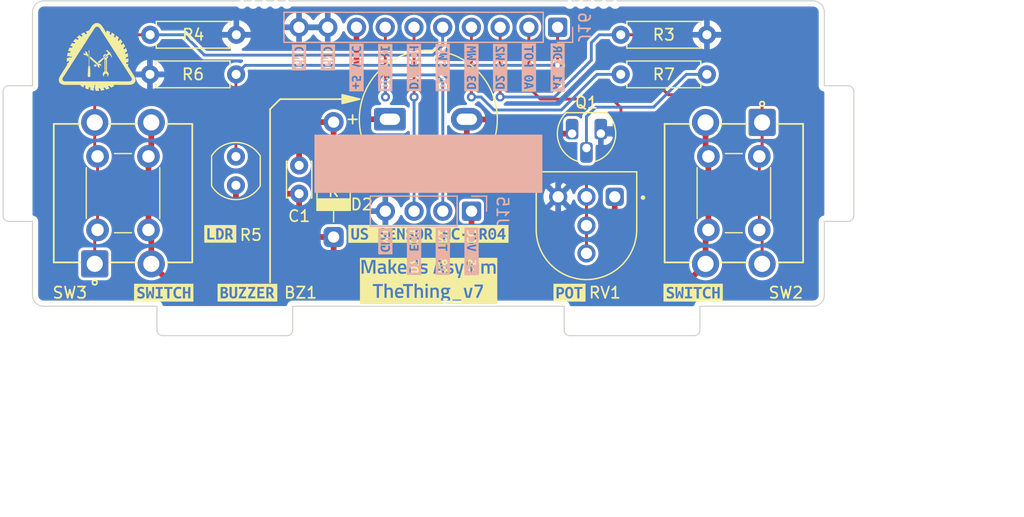
<source format=kicad_pcb>
(kicad_pcb (version 20241229) (generator "pcbnew") (generator_version "9.0")
  (title_block (title "TheThing") (date "2025-05-09") (rev "v7") (company "Maker's Asylum"))
  (layers (0 "F.Cu" signal) (2 "B.Cu" signal) (5 "F.SilkS" user "F.Silkscreen") (7 "B.SilkS" user "B.Silkscreen") (1 "F.Mask" user) (3 "B.Mask" user) (25 "Edge.Cuts" user))
  (net 0 "")
  (net 1 "Net-(D2-A)")
  (net 2 "/Add_on_Board/D6")
  (net 3 "Net-(Q1-B)")
  (net 4 "/Add_on_Board/D7")
  (net 5 "/Add_on_Board/D2")
  (net 6 "/Add_on_Board/D4")
  (net 7 "/Add_on_Board/D3")
  (net 8 "/Add_on_Board/A0")
  (net 9 "/Add_on_Board/5V")
  (net 10 "/Add_on_Board/GND")
  (net 11 "/Add_on_Board/A1")
  (footprint "kibuzzard-67A22DF7" (layer "F.Cu") (at 70 125.6)
    (property "Reference" "kibuzzard-67A22DF7" (hide yes))
    (property "Value" "G***" (hide yes))
  )
  (footprint "BagTag:MouseBiteHole_0.5mm" (layer "F.Cu") (at 57.5 105.2 180)
    (property "Reference" "REF**" (hide yes))
    (property "Value" "MouseBiteHole_0.5mm" (hide yes))
  )
  (footprint "BagTag:MouseBiteHole_0.5mm" (layer "F.Cu") (at 85.5 105.2 180)
    (property "Reference" "REF**" (hide yes))
    (property "Value" "MouseBiteHole_0.5mm" (hide yes))
  )
  (footprint "kibuzzard-67A22DCA" (layer "F.Cu") (at 46.6 130.8)
    (property "Reference" "kibuzzard-67A22DCA" (hide yes))
    (property "Value" "G***" (hide yes))
  )
  (footprint "BagTag:R_Axial_DIN0207_L6.3mm_D2.5mm_P7.62mm_Horizontal" (layer "F.Cu") (at 45.4 108)
    (property "Reference" "R4")
    (property "Value" "10k")
  )
  (footprint "kibuzzard-67A22DE4" (layer "F.Cu") (at 93.4 130.8)
    (property "Reference" "kibuzzard-67A22DE4" (hide yes))
    (property "Value" "G***" (hide yes))
  )
  (footprint "BagTag:SWITCH_PUSH_6mm_12mm" (layer "F.Cu") (at 97 122 -90)
    (property "Reference" "SW2")
    (property "Value" "ON")
  )
  (footprint "BagTag:MouseBiteHole_0.5mm" (layer "F.Cu") (at 56.5 105.2 180)
    (property "Reference" "REF**" (hide yes))
    (property "Value" "MouseBiteHole_0.5mm" (hide yes))
  )
  (footprint "BagTag:R_Axial_DIN0207_L6.3mm_D2.5mm_P7.62mm_Horizontal" (layer "F.Cu") (at 87 108)
    (property "Reference" "R3")
    (property "Value" "10k")
  )
  (footprint "BagTag:MouseBiteHole_0.5mm" (layer "F.Cu") (at 54.5 105.2 180)
    (property "Reference" "REF**" (hide yes))
    (property "Value" "MouseBiteHole_0.5mm" (hide yes))
  )
  (footprint "BagTag:MouseBiteHole_0.5mm" (layer "F.Cu") (at 86.5 105.2 180)
    (property "Reference" "REF**" (hide yes))
    (property "Value" "MouseBiteHole_0.5mm" (hide yes))
  )
  (footprint "BagTag:MouseBiteHole_0.5mm" (layer "F.Cu") (at 84.5 105.2 180)
    (property "Reference" "REF**" (hide yes))
    (property "Value" "MouseBiteHole_0.5mm" (hide yes))
  )
  (footprint "BagTag:R_LDR_4.9x4.2mm_P2.54mm_Vertical" (layer "F.Cu") (at 52.982 121.308 90)
    (property "Reference" "R5")
    (property "Value" "LDR")
  )
  (footprint "BagTag:TRIM_601040" (layer "F.Cu") (at 83.97 125.194 180)
    (property "Reference" "RV1")
    (property "Value" "100k")
  )
  (footprint "BagTag:C_Disc_D3.0mm_W2.0mm_P2.50mm" (layer "F.Cu") (at 58.57 122.05 90)
    (property "Reference" "C1")
    (property "Value" "100n")
  )
  (footprint "BagTag:TO-92_HandSolder" (layer "F.Cu") (at 85.24 116.736 180)
    (property "Reference" "Q1")
    (property "Value" "PN2222ABU")
  )
  (footprint "BagTag:D_DO-41_SOD81_P10.16mm_Horizontal" (layer "F.Cu") (at 61.618 125.88 90)
    (property "Reference" "D2")
    (property "Value" "1N5819")
  )
  (footprint "BagTag:R_Axial_DIN0207_L6.3mm_D2.5mm_P7.62mm_Horizontal" (layer "F.Cu") (at 53 111.5 180)
    (property "Reference" "R6")
    (property "Value" "10k")
  )
  (footprint "BagTag:MouseBiteHole_0.5mm" (layer "F.Cu") (at 55.5 105.2 180)
    (property "Reference" "REF**" (hide yes))
    (property "Value" "MouseBiteHole_0.5mm" (hide yes))
  )
  (footprint "BagTag:MouseBiteHole_0.5mm" (layer "F.Cu") (at 83.5 105.2 180)
    (property "Reference" "REF**" (hide yes))
    (property "Value" "MouseBiteHole_0.5mm" (hide yes))
  )
  (footprint "BagTag:MouseBiteHole_0.5mm" (layer "F.Cu") (at 53.5 105.2 180)
    (property "Reference" "REF**" (hide yes))
    (property "Value" "MouseBiteHole_0.5mm" (hide yes))
  )
  (footprint "BagTag:SWITCH_PUSH_6mm_12mm" (layer "F.Cu") (at 43 122 90)
    (property "Reference" "SW3")
    (property "Value" "ON")
  )
  (footprint "BagTag:Buzzer_12x9.5RM7.6" (layer "F.Cu") (at 69.99 115.466)
    (property "Reference" "BZ1")
    (property "Value" "Buzzer_WT-1205")
  )
  (footprint "kibuzzard-67A22DDD" (layer "F.Cu") (at 82.47 130.8)
    (property "Reference" "kibuzzard-67A22DDD" (hide yes))
    (property "Value" "G***" (hide yes))
  )
  (footprint "BagTag:MouseBiteHole_0.5mm" (layer "F.Cu") (at 82.5 105.2 180)
    (property "Reference" "REF**" (hide yes))
    (property "Value" "MouseBiteHole_0.5mm" (hide yes))
  )
  (footprint "kibuzzard-67A22DD3" (layer "F.Cu") (at 51.6 125.6)
    (property "Reference" "kibuzzard-67A22DD3" (hide yes))
    (property "Value" "G***" (hide yes))
  )
  (footprint "BagTag:R_Axial_DIN0207_L6.3mm_D2.5mm_P7.62mm_Horizontal" (layer "F.Cu") (at 87 111.5)
    (property "Reference" "R7")
    (property "Value" "1k")
  )
  (footprint "kibuzzard-681BBDCE" (layer "F.Cu") (at 54 130.8)
    (property "Reference" "kibuzzard-681BBDCE" (hide yes))
    (property "Value" "G***" (hide yes))
  )
  (footprint "BagTag:PinSocket_1x04_P2.54mm_Vertical" (layer "B.Cu") (at 73.81 123.594 90)
    (property "Reference" "J15")
    (property "Value" "HC-SR04")
  )
  (footprint "kibuzzard-681CE6EC" (layer "B.Cu") (at 68.72 110.894 90)
    (property "Reference" "kibuzzard-681CE6EC" (hide yes))
    (property "Value" "G***" (hide yes))
  )
  (footprint "kibuzzard-681CE6D9" (layer "B.Cu") (at 61.11 110.005 90)
    (property "Reference" "kibuzzard-681CE6D9" (hide yes))
    (property "Value" "G***" (hide yes))
  )
  (footprint "kibuzzard-681CE6E6" (layer "B.Cu") (at 66.18 110.894 90)
    (property "Reference" "kibuzzard-681CE6E6" (hide yes))
    (property "Value" "G***" (hide yes))
  )
  (footprint "kibuzzard-67A122C1" (layer "B.Cu") (at 66.19 126.261 90)
    (property "Reference" "kibuzzard-67A122C1" (hide yes))
    (property "Value" "G***" (hide yes))
  )
  (footprint "kibuzzard-681CE715" (layer "B.Cu") (at 81.42 110.894 90)
    (property "Reference" "kibuzzard-681CE715" (hide yes))
    (property "Value" "G***" (hide yes))
  )
  (footprint "kibuzzard-681CE705" (layer "B.Cu") (at 73.8 110.894 90)
    (property "Reference" "kibuzzard-681CE705" (hide yes))
    (property "Value" "G***" (hide yes))
  )
  (footprint "kibuzzard-681CE710" (layer "B.Cu") (at 78.88 110.894 90)
    (property "Reference" "kibuzzard-681CE710" (hide yes))
    (property "Value" "G***" (hide yes))
  )
  (footprint "kibuzzard-681CE6E0" (layer "B.Cu") (at 63.64 110.894 90)
    (property "Reference" "kibuzzard-681CE6E0" (hide yes))
    (property "Value" "G***" (hide yes))
  )
  (footprint "kibuzzard-67A122A3" (layer "B.Cu") (at 73.81 127.15 90)
    (property "Reference" "kibuzzard-67A122A3" (hide yes))
    (property "Value" "G***" (hide yes))
  )
  (footprint "kibuzzard-681CE70B" (layer "B.Cu") (at 76.34 110.894 90)
    (property "Reference" "kibuzzard-681CE70B" (hide yes))
    (property "Value" "G***" (hide yes))
  )
  (footprint "kibuzzard-681CE6FF" (layer "B.Cu") (at 71.26 110.894 90)
    (property "Reference" "kibuzzard-681CE6FF" (hide yes))
    (property "Value" "G***" (hide yes))
  )
  (footprint "BagTag:PinHeader_1x10_P2.54mm_Vertical" (layer "B.Cu") (at 81.42 107.338 90)
    (property "Reference" "J16")
    (property "Value" "Conn_01x10" (hide yes))
  )
  (footprint "kibuzzard-681CE6A6" (layer "B.Cu") (at 58.56 110.005 90)
    (property "Reference" "kibuzzard-681CE6A6" (hide yes))
    (property "Value" "G***" (hide yes))
  )
  (footprint "kibuzzard-67A201C7" (layer "B.Cu") (at 68.73 127.15 90)
    (property "Reference" "kibuzzard-67A201C7" (hide yes))
    (property "Value" "G***" (hide yes))
  )
  (footprint "kibuzzard-67A201D4" (layer "B.Cu") (at 71.27 127.15 90)
    (property "Reference" "kibuzzard-67A201D4" (hide yes))
    (property "Value" "G***" (hide yes))
  )
  (gr_poly (pts (xy 39.695103 109.481608) (xy 39.700604 109.482016) (xy 39.706446 109.482735) (xy 39.712613 109.483794) (xy 39.719091 109.485225) (xy 39.725863 109.48706) (xy 39.732915 109.489329) (xy 39.740229 109.492062) (xy 39.747792 109.495292) (xy 39.755588 109.499049) (xy 39.7636 109.503364) (xy 39.771814 109.508268) (xy 39.780214 109.513792) (xy 39.788785 109.519968) (xy 39.79751 109.526825) (xy 39.806375 109.534396) (xy 39.811168 109.538921) (xy 39.815632 109.543558) (xy 39.819782 109.548298) (xy 39.82363 109.553128) (xy 39.827189 109.558038) (xy 39.830473 109.563016) (xy 39.833493 109.568051) (xy 39.836265 109.573132) (xy 39.8388 109.578248) (xy 39.841111 109.583388) (xy 39.845117 109.593694) (xy 39.848386 109.603962) (xy 39.851024 109.614101) (xy 39.853134 109.624024) (xy 39.854822 109.63364) (xy 39.857349 109.651598) (xy 39.859442 109.667261) (xy 39.860587 109.674009) (xy 39.861938 109.679916) (xy 39.862184 109.681093) (xy 39.862914 109.682635) (xy 39.864118 109.684532) (xy 39.865782 109.686779) (xy 39.867897 109.689367) (xy 39.870449 109.692288) (xy 39.87682 109.699099) (xy 39.884804 109.70715) (xy 39.894308 109.716379) (xy 39.905237 109.726725) (xy 39.9175 109.738125) (xy 39.920146 109.738125) (xy 39.920146 109.96302) (xy 39.783885 109.848919) (xy 39.761138 109.830083) (xy 39.743785 109.816052) (xy 39.737267 109.810985) (xy 39.732261 109.807293) (xy 39.72882 109.805036) (xy 39.727704 109.804463) (xy 39.727 109.80427) (xy 39.724354 109.80427) (xy 39.719781 109.804498) (xy 39.71406 109.805097) (xy 39.69955 109.806916) (xy 39.690945 109.807888) (xy 39.681566 109.808735) (xy 39.671505 109.809335) (xy 39.666247 109.809502) (xy 39.660854 109.809562) (xy 39.655337 109.809496) (xy 39.649708 109.809283) (xy 39.643977 109.808899) (xy 39.638158 109.808322) (xy 39.632261 109.807527) (xy 39.626298 109.806492) (xy 39.620281 109.805194) (xy 39.614221 109.803609) (xy 39.608131 109.801714) (xy 39.602021 109.799485) (xy 39.595903 109.7969) (xy 39.589789 109.793935) (xy 39.58369 109.790567) (xy 39.577619 109.786773) (xy 39.571586 109.782529) (xy 39.565604 109.777812) (xy 39.557973 109.770839) (xy 39.550939 109.763821) (xy 39.544478 109.756775) (xy 39.538567 109.749721) (xy 39.533184 109.742674) (xy 39.528304 109.735652) (xy 39.523905 109.728672) (xy 39.519964 109.721753) (xy 39.516456 109.714912) (xy 39.513359 109.708165) (xy 39.51065 109.701531) (xy 39.508305 109.695026) (xy 39.506302 109.688669) (xy 39.504616 109.682477) (xy 39.503224 109.676466) (xy 39.502104 109.670656) (xy 39.501232 109.665062) (xy 39.500585 109.659703) (xy 39.499872 109.649758) (xy 39.499779 109.64096) (xy 39.50012 109.633449) (xy 39.500709 109.627364) (xy 39.50136 109.622845) (xy 39.502104 109.619062) (xy 39.544437 109.616416) (xy 39.63175 109.693145) (xy 39.650271 109.685208) (xy 39.671438 109.669333) (xy 39.672174 109.668814) (xy 39.672895 109.668251) (xy 39.674295 109.667002) (xy 39.675641 109.665606) (xy 39.676936 109.664083) (xy 39.678185 109.66245) (xy 39.679391 109.660729) (xy 39.680558 109.658937) (xy 39.68169 109.657096) (xy 39.683866 109.653339) (xy 39.685948 109.649613) (xy 39.687969 109.646073) (xy 39.688965 109.644422) (xy 39.689958 109.642875) (xy 39.690918 109.639866) (xy 39.691808 109.636792) (xy 39.692621 109.633648) (xy 39.693348 109.630431) (xy 39.693983 109.627136) (xy 39.694516 109.623759) (xy 39.694941 109.620298) (xy 39.69525 109.616747) (xy 39.695435 109.613103) (xy 39.695488 109.609362) (xy 39.695401 109.605521) (xy 39.695167 109.601575) (xy 39.694778 109.59752) (xy 39.694227 109.593353) (xy 39.693505 109.58907) (xy 39.692604 109.584666) (xy 39.6 109.5) (xy 39.600496 109.499545) (xy 39.601116 109.499023) (xy 39.601984 109.498346) (xy 39.603101 109.497545) (xy 39.603752 109.497108) (xy 39.604465 109.496651) (xy 39.60524 109.496179) (xy 39.606077 109.495695) (xy 39.606976 109.495203) (xy 39.607938 109.494708) (xy 39.63175 109.48677) (xy 39.635967 109.485783) (xy 39.64068 109.484827) (xy 39.645889 109.483934) (xy 39.651594 109.483133) (xy 39.657795 109.482456) (xy 39.664492 109.481934) (xy 39.671686 109.481598) (xy 39.679375 109.481479) (xy 39.689958 109.481479)) (stroke (width -0.000001)) (fill yes) (layer "F.SilkS"))
  (gr_poly (pts (xy 40.687438 110.711795) (xy 40.687438 110.722379) (xy 40.671563 110.735608) (xy 40.66098 110.743546) (xy 40.631876 110.770004) (xy 40.626584 110.775295) (xy 40.616001 110.785878) (xy 40.610709 110.793816) (xy 40.602772 110.804399) (xy 40.594834 110.814983) (xy 40.586897 110.828212) (xy 40.578959 110.841441) (xy 40.555147 110.849379) (xy 40.536626 110.833503) (xy 40.518105 110.817628) (xy 40.50223 110.801753) (xy 40.486355 110.785878) (xy 40.47048 110.770003) (xy 40.454605 110.754128) (xy 40.43873 110.738252) (xy 40.422855 110.722377) (xy 40.420209 110.719731) (xy 40.417564 110.717085) (xy 40.414918 110.711794) (xy 40.412272 110.706502) (xy 40.409626 110.70121) (xy 40.409626 110.682689) (xy 40.412272 110.680043) (xy 40.412272 110.674751) (xy 40.422855 110.674751) (xy 40.425501 110.672105) (xy 40.430793 110.669459) (xy 40.436084 110.669459) (xy 40.494292 110.650938) (xy 40.499584 110.650938) (xy 40.50223 110.648292) (xy 40.507521 110.645646) (xy 40.512813 110.643) (xy 40.515459 110.640354) (xy 40.52075 110.637708) (xy 40.523396 110.635062) (xy 40.531334 110.62448) (xy 40.541917 110.619188) (xy 40.544563 110.616542) (xy 40.547209 110.613896) (xy 40.549855 110.613896) (xy 40.5525 110.61125) (xy 40.555146 110.61125) (xy 40.557792 110.608604) (xy 40.565729 110.600666)) (stroke (width -0.000001)) (fill yes) (layer "F.SilkS"))
  (gr_poly (pts (xy 41.476883 109.698566) (xy 41.485776 109.698975) (xy 41.494608 109.699693) (xy 41.49899 109.700178) (xy 41.503346 109.700752) (xy 41.507671 109.70142) (xy 41.511961 109.702184) (xy 41.516212 109.703049) (xy 41.52042 109.704018) (xy 41.524582 109.705096) (xy 41.528693 109.706287) (xy 41.532751 109.707594) (xy 41.53675 109.70902) (xy 41.526167 109.719604) (xy 41.512937 109.732833) (xy 41.499708 109.746062) (xy 41.494417 109.751354) (xy 41.489125 109.756645) (xy 41.475896 109.767229) (xy 41.462667 109.777812) (xy 41.436209 109.801625) (xy 41.422979 109.801625) (xy 41.356834 109.870416) (xy 41.356834 109.957729) (xy 41.422979 110.015937) (xy 41.512937 110.015937) (xy 41.571146 109.957729) (xy 41.571146 109.939208) (xy 41.584375 109.928625) (xy 41.610833 109.907458) (xy 41.637292 109.886292) (xy 41.66375 109.865125) (xy 41.671688 109.857187) (xy 41.673548 109.864132) (xy 41.67516 109.871078) (xy 41.676524 109.878023) (xy 41.677641 109.884968) (xy 41.678509 109.891914) (xy 41.679129 109.898859) (xy 41.679501 109.905804) (xy 41.679625 109.912749) (xy 41.67951 109.919919) (xy 41.679165 109.927037) (xy 41.678594 109.934101) (xy 41.677801 109.941104) (xy 41.676789 109.948044) (xy 41.675561 109.954916) (xy 41.674122 109.961714) (xy 41.672473 109.968436) (xy 41.670619 109.975076) (xy 41.668563 109.981631) (xy 41.666309 109.988095) (xy 41.663859 109.994465) (xy 41.661217 110.000737) (xy 41.658387 110.006905) (xy 41.655371 110.012965) (xy 41.652175 110.018914) (xy 41.648799 110.024746) (xy 41.645249 110.030458) (xy 41.641528 110.036044) (xy 41.637638 110.041501) (xy 41.633583 110.046825) (xy 41.629368 110.05201) (xy 41.624994 110.057054) (xy 41.620466 110.06195) (xy 41.615786 110.066695) (xy 41.610959 110.071285) (xy 41.605988 110.075714) (xy 41.600875 110.07998) (xy 41.595625 110.084077) (xy 41.590241 110.088001) (xy 41.584726 110.091747) (xy 41.579083 110.095312) (xy 41.579083 111.248895) (xy 41.595602 111.256947) (xy 41.611397 111.266181) (xy 41.626423 111.276539) (xy 41.64064 111.287963) (xy 41.654004 111.300394) (xy 41.666473 111.313775) (xy 41.678004 111.328048) (xy 41.688555 111.343153) (xy 41.698082 111.359034) (xy 41.706543 111.375632) (xy 41.713896 111.392889) (xy 41.720098 111.410746) (xy 41.725106 111.429146) (xy 41.728877 111.448031) (xy 41.73137 111.467342) (xy 41.732541 111.487021) (xy 41.73211 111.502302) (xy 41.73083 111.51737) (xy 41.728721 111.532198) (xy 41.725802 111.546759) (xy 41.722093 111.561025) (xy 41.717612 111.574969) (xy 41.712379 111.588564) (xy 41.706413 111.601784) (xy 41.699735 111.6146) (xy 41.692362 111.626986) (xy 41.684316 111.638915) (xy 41.675614 111.650359) (xy 41.666277 111.661292) (xy 41.656323 111.671686) (xy 41.645773 111.681515) (xy 41.634645 111.69075) (xy 41.610832 111.69075) (xy 41.610832 111.526708) (xy 41.467958 111.415583) (xy 41.327728 111.526708) (xy 41.327728 111.69075) (xy 41.303916 111.69075) (xy 41.292788 111.681515) (xy 41.282238 111.671686) (xy 41.272284 111.661292) (xy 41.262947 111.65036) (xy 41.254245 111.638915) (xy 41.246199 111.626986) (xy 41.238826 111.6146) (xy 41.232148 111.601784) (xy 41.226182 111.588564) (xy 41.22095 111.574969) (xy 41.216469 111.561025) (xy 41.212759 111.546759) (xy 41.20984 111.532198) (xy 41.207731 111.51737) (xy 41.206451 111.502302) (xy 41.20602 111.487021) (xy 41.206213 111.477139) (xy 41.206785 111.467342) (xy 41.207729 111.457637) (xy 41.209038 111.448031) (xy 41.210703 111.438532) (xy 41.212718 111.429146) (xy 41.215073 111.419882) (xy 41.217761 111.410746) (xy 41.220775 111.401746) (xy 41.224107 111.392889) (xy 41.227749 111.384182) (xy 41.231693 111.375632) (xy 41.235932 111.367247) (xy 41.240457 111.359034) (xy 41.245262 111.351001) (xy 41.250338 111.343154) (xy 41.255677 111.3355) (xy 41.261273 111.328048) (xy 41.267116 111.320804) (xy 41.273199 111.313776) (xy 41.279516 111.30697) (xy 41.286057 111.300395) (xy 41.292815 111.294057) (xy 41.299782 111.287963) (xy 41.306951 111.282122) (xy 41.314313 111.276539) (xy 41.321862 111.271224) (xy 41.329589 111.266181) (xy 41.337486 111.26142) (xy 41.345546 111.256948) (xy 41.353762 111.25277) (xy 41.362124 111.248896) (xy 41.362124 110.227604) (xy 41.438854 110.227604) (xy 41.438854 111.211854) (xy 41.43886 111.213833) (xy 41.438896 111.215781) (xy 41.438935 111.216734) (xy 41.438994 111.217667) (xy 41.439076 111.218578) (xy 41.439185 111.219461) (xy 41.439325 111.220313) (xy 41.4395 111.22113) (xy 41.439714 111.221908) (xy 41.439971 111.222644) (xy 41.440116 111.222995) (xy 41.440274 111.223333) (xy 41.440444 111.223659) (xy 41.440627 111.223972) (xy 41.440824 111.224271) (xy 41.441035 111.224557) (xy 41.44126 111.224827) (xy 41.4415 111.225083) (xy 41.442524 111.22654) (xy 41.443609 111.22793) (xy 41.444756 111.229251) (xy 41.445965 111.230499) (xy 41.447237 111.231669) (xy 41.44857 111.232757) (xy 41.449965 111.23376) (xy 41.451422 111.234674) (xy 41.452942 111.235495) (xy 41.454523 111.236219) (xy 41.456166 111.236843) (xy 41.457872 111.237361) (xy 41.459639 111.237771) (xy 41.461468 111.238069) (xy 41.46336 111.238251) (xy 41.465313 111.238312) (xy 41.466297 111.238297) (xy 41.467266 111.238251) (xy 41.46822 111.238175) (xy 41.469158 111.238069) (xy 41.47008 111.237935) (xy 41.470987 111.237771) (xy 41.471878 111.23758) (xy 41.472754 111.237361) (xy 41.473615 111.237115) (xy 41.474459 111.236843) (xy 41.475289 111.236544) (xy 41.476103 111.236219) (xy 41.476901 111.23587) (xy 41.477684 111.235495) (xy 41.478451 111.235096) (xy 41.479203 111.234674) (xy 41.47994 111.234228) (xy 41.480661 111.23376) (xy 41.481366 111.233269) (xy 41.482056 111.232757) (xy 41.483389 111.231669) (xy 41.48466 111.230499) (xy 41.485869 111.229251) (xy 41.487017 111.22793) (xy 41.488102 111.22654) (xy 41.489125 111.225083) (xy 41.491771 111.211854) (xy 41.491771 110.227604) (xy 41.49174 110.226364) (xy 41.491648 110.225127) (xy 41.491497 110.223894) (xy 41.491285 110.222669) (xy 41.491016 110.221453) (xy 41.49069 110.22025) (xy 41.490307 110.219061) (xy 41.48987 110.217889) (xy 41.489378 110.216736) (xy 41.488832 110.215605) (xy 41.488234 110.214499) (xy 41.487585 110.213419) (xy 41.486886 110.212368) (xy 41.486137 110.211349) (xy 41.48534 110.210363) (xy 41.484495 110.209414) (xy 41.483604 110.208503) (xy 41.482667 110.207634) (xy 41.481686 110.206809) (xy 41.480661 110.206029) (xy 41.479593 110.205298) (xy 41.478484 110.204618) (xy 41.477334 110.203991) (xy 41.476144 110.203419) (xy 41.474916 110.202906) (xy 41.47365 110.202454) (xy 41.472347 110.202064) (xy 41.471008 110.20174) (xy 41.469634 110.201483) (xy 41.468226 110.201297) (xy 41.466785 110.201184) (xy 41.465313 110.201146) (xy 41.464073 110.201176) (xy 41.462836 110.201268) (xy 41.461603 110.20142) (xy 41.460378 110.201631) (xy 41.459162 110.201901) (xy 41.457959 110.202227) (xy 41.45677 110.202609) (xy 41.455598 110.203047) (xy 41.454445 110.203539) (xy 41.453314 110.204085) (xy 41.452208 110.204682) (xy 41.451128 110.205331) (xy 41.450077 110.206031) (xy 41.449057 110.20678) (xy 41.448072 110.207577) (xy 41.447123 110.208422) (xy 41.446212 110.209313) (xy 41.445343 110.21025) (xy 41.444517 110.211231) (xy 41.443738 110.212256) (xy 41.443007 110.213324) (xy 41.442326 110.214433) (xy 41.441699 110.215583) (xy 41.441128 110.216773) (xy 41.440615 110.218001) (xy 41.440163 110.219267) (xy 41.439773 110.22057) (xy 41.439449 110.221909) (xy 41.439192 110.223283) (xy 41.439006 110.224691) (xy 41.438893 110.226131) (xy 41.438854 110.227604) (xy 41.362124 110.227604) (xy 41.362124 110.100604) (xy 41.348895 110.092666) (xy 41.34254 110.088109) (xy 41.336374 110.08337) (xy 41.330402 110.078452) (xy 41.324628 110.07336) (xy 41.319055 110.068097) (xy 41.313688 110.062668) (xy 41.30853 110.057076) (xy 41.303585 110.051325) (xy 41.298858 110.045419) (xy 41.294351 110.039362) (xy 41.290069 110.033158) (xy 41.286015 110.02681) (xy 41.282195 110.020323) (xy 41.27861 110.0137) (xy 41.275266 110.006945) (xy 41.272166 110.000062) (xy 41.269778 109.99507) (xy 41.267572 109.990016) (xy 41.265544 109.9849) (xy 41.263691 109.979722) (xy 41.262008 109.974482) (xy 41.260492 109.96918) (xy 41.259139 109.963816) (xy 41.257945 109.95839) (xy 41.256905 109.952902) (xy 41.256017 109.947352) (xy 41.255276 109.94174) (xy 41.254679 109.936066) (xy 41.254221 109.93033) (xy 41.253898 109.924532) (xy 41.253708 109.918672) (xy 41.253645 109.912749) (xy 41.253922 109.901659) (xy 41.254744 109.890722) (xy 41.256098 109.87995) (xy 41.257971 109.869357) (xy 41.260349 109.858956) (xy 41.26322 109.848759) (xy 41.266571 109.838781) (xy 41.270388 109.829034) (xy 41.274659 109.819531) (xy 41.27937 109.810285) (xy 41.284509 109.801309) (xy 41.290062 109.792617) (xy 41.296016 109.784222) (xy 41.302357 109.776136) (xy 41.309074 109.768372) (xy 41.316153 109.760945) (xy 41.323581 109.753866) (xy 41.331344 109.747149) (xy 41.33943 109.740807) (xy 41.347826 109.734853) (xy 41.356518 109.729301) (xy 41.365493 109.724162) (xy 41.374739 109.719451) (xy 41.384242 109.71518) (xy 41.393989 109.711363) (xy 41.403968 109.708012) (xy 41.414164 109.705141) (xy 41.424565 109.702762) (xy 41.435158 109.70089) (xy 41.44593 109.699536) (xy 41.456868 109.698714) (xy 41.467958 109.698437)) (stroke (width -0.000001)) (fill yes) (layer "F.SilkS"))
  (gr_line (start 56 129.9) (end 56 114.577) (stroke (width 0.15)) (layer "F.SilkS"))
  (gr_line (start 56.889 113.688) (end 63.904 113.688) (stroke (width 0.15)) (layer "F.SilkS"))
  (gr_poly (pts (xy 40.185427 109.98348) (xy 40.304247 110.090476) (xy 40.426229 110.19865) (xy 40.544894 110.302018) (xy 40.65376 110.394596) (xy 40.746349 110.470401) (xy 40.784514 110.500142) (xy 40.816179 110.523447) (xy 40.840535 110.539565) (xy 40.856771 110.54775) (xy 40.871742 110.548282) (xy 40.888728 110.548535) (xy 40.897909 110.548858) (xy 40.907512 110.549471) (xy 40.917511 110.550495) (xy 40.927878 110.552049) (xy 40.938586 110.554255) (xy 40.949608 110.557232) (xy 40.960917 110.561101) (xy 40.972485 110.565981) (xy 40.984286 110.571993) (xy 40.990265 110.575461) (xy 40.996292 110.579257) (xy 41.002364 110.583396) (xy 41.008477 110.587893) (xy 41.014628 110.592763) (xy 41.020813 110.598021) (xy 41.028189 110.605009) (xy 41.034954 110.612071) (xy 41.041134 110.619186) (xy 41.046754 110.626334) (xy 41.05184 110.633496) (xy 41.056415 110.640652) (xy 41.060506 110.647781) (xy 41.064138 110.654864) (xy 41.067336 110.661882) (xy 41.070125 110.668814) (xy 41.07253 110.67564) (xy 41.074577 110.682341) (xy 41.07629 110.688896) (xy 41.077695 110.695286) (xy 41.078818 110.701492) (xy 41.079682 110.707492) (xy 41.080314 110.713267) (xy 41.080739 110.718798) (xy 41.081067 110.729046) (xy 41.080868 110.738077) (xy 41.080344 110.745732) (xy 41.079124 110.75628) (xy 41.078832 110.758854) (xy 41.078854 110.759397) (xy 41.079021 110.759417) (xy 41.04727 110.762062) (xy 40.957313 110.680042) (xy 40.951055 110.682418) (xy 40.945174 110.685067) (xy 40.939657 110.687968) (xy 40.934492 110.6911) (xy 40.929669 110.694441) (xy 40.925175 110.697971) (xy 40.920999 110.701666) (xy 40.917129 110.705508) (xy 40.913554 110.709473) (xy 40.910261 110.713541) (xy 40.90724 110.71769) (xy 40.904479 110.721899) (xy 40.901965 110.726148) (xy 40.899688 110.730413) (xy 40.897636 110.734675) (xy 40.895797 110.738911) (xy 40.892712 110.747223) (xy 40.89034 110.755179) (xy 40.888588 110.762608) (xy 40.887364 110.769338) (xy 40.886573 110.775201) (xy 40.886123 110.780025) (xy 40.885875 110.785875) (xy 40.973188 110.870541) (xy 40.969384 110.87265) (xy 40.964816 110.874867) (xy 40.958635 110.877487) (xy 40.954979 110.878861) (xy 40.950967 110.880231) (xy 40.946613 110.881562) (xy 40.941934 110.88282) (xy 40.936944 110.883969) (xy 40.93166 110.884975) (xy 40.926097 110.885802) (xy 40.920271 110.886417) (xy 40.912333 110.88836) (xy 40.908365 110.889254) (xy 40.904396 110.890055) (xy 40.900427 110.890732) (xy 40.896458 110.891254) (xy 40.894474 110.891447) (xy 40.89249 110.89159) (xy 40.890505 110.891678) (xy 40.888521 110.891708) (xy 40.883468 110.89158) (xy 40.878237 110.891181) (xy 40.872836 110.890487) (xy 40.867272 110.889476) (xy 40.861552 110.888123) (xy 40.855686 110.886406) (xy 40.84968 110.884302) (xy 40.843542 110.881786) (xy 40.83728 110.878837) (xy 40.830902 110.87543) (xy 40.824415 110.871543) (xy 40.817828 110.867151) (xy 40.811147 110.862233) (xy 40.804381 110.856764) (xy 40.797538 110.850722) (xy 40.790625 110.844083) (xy 40.786043 110.839234) (xy 40.781716 110.83413) (xy 40.777638 110.828793) (xy 40.7738 110.823247) (xy 40.770194 110.817515) (xy 40.766813 110.81162) (xy 40.763649 110.805585) (xy 40.760694 110.799435) (xy 40.755382 110.786877) (xy 40.750814 110.774134) (xy 40.746928 110.76139) (xy 40.743662 110.748833) (xy 40.740954 110.736648) (xy 40.738742 110.725021) (xy 40.735559 110.704185) (xy 40.732417 110.677396) (xy 40.715291 110.659655) (xy 40.66933 110.617327) (xy 40.51149 110.476643) (xy 40.07625 110.095313) (xy 40.07625 109.883646)) (stroke (width -0.000001)) (fill yes) (layer "F.SilkS"))
  (gr_poly (pts (xy 40.729682 106.955373) (xy 40.762618 106.959349) (xy 40.795461 106.965977) (xy 40.828164 106.975255) (xy 40.860681 106.987185) (xy 40.892966 107.001765) (xy 40.924972 107.018997) (xy 40.956652 107.038879) (xy 40.98796 107.061413) (xy 41.01885 107.086597) (xy 41.049274 107.114433) (xy 41.079187 107.144919) (xy 41.108542 107.178057) (xy 41.137292 107.213845) (xy 41.165391 107.252285) (xy 41.192793 107.293375) (xy 41.536751 107.827833) (xy 41.536751 107.618813) (xy 41.576315 107.630972) (xy 41.61563 107.643659) (xy 41.654697 107.656903) (xy 41.693517 107.670737) (xy 41.732088 107.685191) (xy 41.770411 107.700296) (xy 41.808486 107.716083) (xy 41.846313 107.732583) (xy 41.833084 107.923083) (xy 41.832857 107.925833) (xy 41.832736 107.929013) (xy 41.832754 107.933171) (xy 41.83302 107.938134) (xy 41.833642 107.943733) (xy 41.83473 107.949798) (xy 41.836392 107.956156) (xy 41.837471 107.959393) (xy 41.838735 107.962639) (xy 41.840197 107.965874) (xy 41.841869 107.969075) (xy 41.843767 107.972223) (xy 41.845903 107.975295) (xy 41.84829 107.97827) (xy 41.850944 107.981126) (xy 41.853876 107.983844) (xy 41.857101 107.9864) (xy 41.860632 107.988774) (xy 41.864483 107.990945) (xy 41.868667 107.992891) (xy 41.873198 107.994591) (xy 41.878089 107.996023) (xy 41.883355 107.997167) (xy 41.888689 107.998021) (xy 41.893781 107.998609) (xy 41.898636 107.99894) (xy 41.903261 107.999027) (xy 41.907661 107.998882) (xy 41.911842 107.998515) (xy 41.915809 107.99794) (xy 41.91957 107.997167) (xy 41.923129 107.996207) (xy 41.926492 107.995074) (xy 41.929665 107.993777) (xy 41.932654 107.99233) (xy 41.935465 107.990743) (xy 41.938104 107.989028) (xy 41.940575 107.987196) (xy 41.942886 107.98526) (xy 41.945042 107.983232) (xy 41.947049 107.981121) (xy 41.948912 107.978941) (xy 41.950638 107.976703) (xy 41.952232 107.974418) (xy 41.953699 107.972098) (xy 41.956281 107.967401) (xy 41.958428 107.962704) (xy 41.960187 107.958099) (xy 41.961606 107.953681) (xy 41.96273 107.949542) (xy 41.989188 107.801375) (xy 42.023791 107.819483) (xy 42.058145 107.838086) (xy 42.092252 107.857186) (xy 42.12611 107.876781) (xy 42.15972 107.896873) (xy 42.193083 107.917461) (xy 42.226197 107.938545) (xy 42.259063 107.960125) (xy 42.214084 108.145333) (xy 42.213397 108.14799) (xy 42.212058 108.155173) (xy 42.211484 108.160093) (xy 42.211154 108.165704) (xy 42.211204 108.171858) (xy 42.211769 108.178406) (xy 42.212287 108.181783) (xy 42.212985 108.185203) (xy 42.21388 108.188648) (xy 42.214988 108.192101) (xy 42.216327 108.195541) (xy 42.217914 108.198952) (xy 42.219765 108.202314) (xy 42.221897 108.205609) (xy 42.224328 108.208819) (xy 42.227075 108.211925) (xy 42.230153 108.214909) (xy 42.233581 108.217753) (xy 42.237376 108.220438) (xy 42.241553 108.222945) (xy 42.246131 108.225257) (xy 42.251126 108.227354) (xy 42.256242 108.228945) (xy 42.261175 108.230253) (xy 42.265929 108.231288) (xy 42.270504 108.232062) (xy 42.274906 108.232586) (xy 42.279136 108.232871) (xy 42.283197 108.232929) (xy 42.287092 108.23277) (xy 42.290825 108.232406) (xy 42.294398 108.231847) (xy 42.297814 108.231105) (xy 42.301076 108.230191) (xy 42.304187 108.229117) (xy 42.307149 108.227892) (xy 42.309967 108.226529) (xy 42.312641 108.225039) (xy 42.315177 108.223433) (xy 42.317575 108.221721) (xy 42.31984 108.219915) (xy 42.321974 108.218027) (xy 42.32398 108.216066) (xy 42.325861 108.214046) (xy 42.327621 108.211975) (xy 42.329261 108.209867) (xy 42.332194 108.20558) (xy 42.334687 108.201273) (xy 42.33676 108.197036) (xy 42.338438 108.192958) (xy 42.349683 108.164722) (xy 42.366881 108.119867) (xy 42.383086 108.0765) (xy 42.388647 108.061034) (xy 42.391355 108.052729) (xy 42.422097 108.076785) (xy 42.452747 108.101305) (xy 42.48321 108.12626) (xy 42.513394 108.151617) (xy 42.543206 108.177347) (xy 42.572553 108.203418) (xy 42.601342 108.229799) (xy 42.62948 108.256458) (xy 42.552751 108.431083) (xy 42.551712 108.433641) (xy 42.549402 108.440633) (xy 42.548148 108.445472) (xy 42.54703 108.451036) (xy 42.546199 108.457196) (xy 42.545805 108.463826) (xy 42.546001 108.470796) (xy 42.546367 108.474369) (xy 42.546937 108.47798) (xy 42.54773 108.481612) (xy 42.548764 108.485249) (xy 42.55006 108.488875) (xy 42.551634 108.492475) (xy 42.553508 108.496032) (xy 42.555698 108.499531) (xy 42.558225 108.502955) (xy 42.561107 108.506288) (xy 42.564363 108.509515) (xy 42.568011 108.512619) (xy 42.572072 108.515585) (xy 42.576563 108.518396) (xy 42.581214 108.520956) (xy 42.585741 108.523188) (xy 42.590146 108.525103) (xy 42.594428 108.526716) (xy 42.598587 108.528038) (xy 42.602625 108.529081) (xy 42.606542 108.529859) (xy 42.610339 108.530385) (xy 42.614015 108.53067) (xy 42.617571 108.530727) (xy 42.621009 108.530569) (xy 42.624328 108.530209) (xy 42.627528 108.529659) (xy 42.630611 108.528931) (xy 42.633576 108.528039) (xy 42.636425 108.526995) (xy 42.639157 108.525811) (xy 42.641774 108.5245) (xy 42.644276 108.523075) (xy 42.646662 108.521548) (xy 42.648934 108.519932) (xy 42.651093 108.51824) (xy 42.653138 108.516483) (xy 42.65507 108.514675) (xy 42.65689 108.512829) (xy 42.658597 108.510956) (xy 42.661679 108.507182) (xy 42.664319 108.503455) (xy 42.666521 108.499875) (xy 42.70687 108.432076) (xy 42.730517 108.392347) (xy 42.738868 108.378079) (xy 42.74325 108.370229) (xy 42.79472 108.428313) (xy 42.820222 108.457805) (xy 42.845446 108.487638) (xy 42.870297 108.517843) (xy 42.894683 108.548451) (xy 42.918511 108.579493) (xy 42.941688 108.611) (xy 42.835855 108.76975) (xy 42.834351 108.772096) (xy 42.83077 108.778597) (xy 42.828636 108.783153) (xy 42.826506 108.788446) (xy 42.824555 108.794375) (xy 42.822956 108.800838) (xy 42.821885 108.807736) (xy 42.821601 108.811316) (xy 42.821514 108.814967) (xy 42.821647 108.818676) (xy 42.82202 108.82243) (xy 42.822656 108.826218) (xy 42.823576 108.830025) (xy 42.824803 108.833841) (xy 42.826357 108.837651) (xy 42.828261 108.841445) (xy 42.830537 108.845208) (xy 42.833206 108.848928) (xy 42.83629 108.852594) (xy 42.839812 108.856191) (xy 42.843792 108.859708) (xy 42.847977 108.863005) (xy 42.852099 108.865957) (xy 42.856154 108.868578) (xy 42.860142 108.870881) (xy 42.86406 108.872877) (xy 42.867907 108.874579) (xy 42.871679 108.876001) (xy 42.875376 108.877154) (xy 42.878996 108.878052) (xy 42.882536 108.878706) (xy 42.885995 108.879129) (xy 42.88937 108.879335) (xy 42.892661 108.879335) (xy 42.895864 108.879143) (xy 42.898977 108.87877) (xy 42.902 108.878229) (xy 42.90493 108.877534) (xy 42.907765 108.876696) (xy 42.910503 108.875728) (xy 42.913142 108.874643) (xy 42.91568 108.873453) (xy 42.918116 108.872171) (xy 42.920447 108.87081) (xy 42.922671 108.869382) (xy 42.924787 108.8679) (xy 42.926792 108.866376) (xy 42.930464 108.863253) (xy 42.93367 108.860115) (xy 42.936396 108.857063) (xy 42.945052 108.847833) (xy 42.958017 108.833333) (xy 42.990305 108.796208) (xy 43.020112 108.761068) (xy 43.029977 108.749048) (xy 43.034292 108.743292) (xy 43.055758 108.776272) (xy 43.076543 108.809686) (xy 43.096707 108.843472) (xy 43.116313 108.877568) (xy 43.135423 108.911912) (xy 43.154099 108.946442) (xy 43.190396 109.015812) (xy 43.058104 109.153396) (xy 43.056244 109.155416) (xy 43.051655 109.161126) (xy 43.048802 109.165201) (xy 43.045826 109.169999) (xy 43.042911 109.175457) (xy 43.040245 109.181508) (xy 43.038012 109.188085) (xy 43.037117 109.191551) (xy 43.0364 109.195124) (xy 43.035885 109.198796) (xy 43.035594 109.202559) (xy 43.035551 109.206404) (xy 43.03578 109.210322) (xy 43.036303 109.214307) (xy 43.037144 109.21835) (xy 43.038326 109.222442) (xy 43.039873 109.226575) (xy 43.041807 109.230741) (xy 43.044151 109.234931) (xy 43.04693 109.239139) (xy 43.050167 109.243354) (xy 43.053879 109.247387) (xy 43.057573 109.25106) (xy 43.061244 109.254387) (xy 43.064889 109.257379) (xy 43.068506 109.26005) (xy 43.07209 109.262411) (xy 43.075638 109.264476) (xy 43.079147 109.266257) (xy 43.082613 109.267767) (xy 43.086033 109.269018) (xy 43.089404 109.270023) (xy 43.092722 109.270794) (xy 43.095984 109.271345) (xy 43.099186 109.271687) (xy 43.102326 109.271833) (xy 43.105399 109.271797) (xy 43.108402 109.27159) (xy 43.111332 109.271224) (xy 43.114185 109.270714) (xy 43.116959 109.270071) (xy 43.119649 109.269307) (xy 43.122252 109.268436) (xy 43.124765 109.267471) (xy 43.127185 109.266422) (xy 43.131731 109.264129) (xy 43.135862 109.261658) (xy 43.139551 109.259109) (xy 43.142771 109.256583) (xy 43.153091 109.248692) (xy 43.168775 109.236119) (xy 43.207924 109.203997) (xy 43.259187 109.161333) (xy 43.288374 109.233267) (xy 43.302441 109.269606) (xy 43.316073 109.306193) (xy 43.329209 109.343028) (xy 43.341787 109.380111) (xy 43.353745 109.417442) (xy 43.365021 109.455021) (xy 43.211562 109.568792) (xy 43.209345 109.570481) (xy 43.203749 109.575365) (xy 43.200177 109.578917) (xy 43.196354 109.583163) (xy 43.192476 109.588068) (xy 43.188742 109.593596) (xy 43.185349 109.599714) (xy 43.183842 109.602983) (xy 43.182494 109.606386) (xy 43.181331 109.609919) (xy 43.180376 109.613578) (xy 43.179655 109.617357) (xy 43.179192 109.621254) (xy 43.179012 109.625262) (xy 43.17914 109.629379) (xy 43.1796 109.6336) (xy 43.180417 109.637919) (xy 43.181616 109.642334) (xy 43.183221 109.646839) (xy 43.185258 109.651431) (xy 43.18775 109.656104) (xy 43.190509 109.660641) (xy 43.193323 109.664832) (xy 43.196189 109.668689) (xy 43.199098 109.672222) (xy 43.202047 109.675444) (xy 43.205028 109.678365) (xy 43.208037 109.680996) (xy 43.211067 109.683348) (xy 43.214112 109.685433) (xy 43.217167 109.687262) (xy 43.220226 109.688846) (xy 43.223283 109.690195) (xy 43.226332 109.691322) (xy 43.229368 109.692237) (xy 43.232384 109.692952) (xy 43.235375 109.693477) (xy 43.238335 109.693823) (xy 43.241258 109.694003) (xy 43.244139 109.694027) (xy 43.246971 109.693906) (xy 43.249749 109.693651) (xy 43.252467 109.693273) (xy 43.257699 109.692195) (xy 43.262621 109.69076) (xy 43.267187 109.689058) (xy 43.27135 109.687178) (xy 43.275062 109.685208) (xy 43.345838 109.64519) (xy 43.385939 109.622328) (xy 43.399138 109.614634) (xy 43.404708 109.611125) (xy 43.413385 109.648952) (xy 43.421534 109.687027) (xy 43.429125 109.72535) (xy 43.436127 109.763922) (xy 43.442509 109.802741) (xy 43.44824 109.841808) (xy 43.453289 109.881124) (xy 43.457625 109.920687) (xy 43.288292 110.005354) (xy 43.285832 110.006599) (xy 43.279527 110.010356) (xy 43.275437 110.013186) (xy 43.270991 110.016656) (xy 43.266389 110.020768) (xy 43.261833 110.025528) (xy 43.259636 110.028152) (xy 43.257526 110.03094) (xy 43.255529 110.033891) (xy 43.253669 110.037006) (xy 43.251971 110.040286) (xy 43.250462 110.043731) (xy 43.249166 110.047342) (xy 43.248108 110.051119) (xy 43.247314 110.055062) (xy 43.246809 110.059173) (xy 43.246617 110.063451) (xy 43.246765 110.067898) (xy 43.247277 110.072513) (xy 43.248178 110.077297) (xy 43.249494 110.082251) (xy 43.25125 110.087375) (xy 43.253288 110.092415) (xy 43.255427 110.097123) (xy 43.257661 110.10151) (xy 43.259984 110.105585) (xy 43.262387 110.109358) (xy 43.264866 110.112838) (xy 43.267412 110.116035) (xy 43.270019 110.118959) (xy 43.272681 110.12162) (xy 43.27539 110.124026) (xy 43.278139 110.126189) (xy 43.280923 110.128116) (xy 43.283734 110.129819) (xy 43.286565 110.131307) (xy 43.289409 110.13259) (xy 43.292261 110.133677) (xy 43.295112 110.134578) (xy 43.297957 110.135302) (xy 43.300788 110.13586) (xy 43.303599 110.136261) (xy 43.306382 110.136514) (xy 43.309132 110.13663) (xy 43.314502 110.136488) (xy 43.319656 110.135912) (xy 43.324538 110.134979) (xy 43.329095 110.133767) (xy 43.333271 110.132354) (xy 43.4735 110.082083) (xy 43.475443 110.119373) (xy 43.477138 110.156166) (xy 43.478337 110.19296) (xy 43.478673 110.211512) (xy 43.478792 110.230249) (xy 43.478673 110.250972) (xy 43.478337 110.271508) (xy 43.477139 110.31227) (xy 43.475444 110.353033) (xy 43.4735 110.394291) (xy 43.290938 110.449854) (xy 43.287796 110.450929) (xy 43.284241 110.452365) (xy 43.282076 110.453335) (xy 43.279693 110.454484) (xy 43.277125 110.455819) (xy 43.274402 110.457347) (xy 43.271554 110.459077) (xy 43.268614 110.461016) (xy 43.265611 110.463172) (xy 43.262578 110.465553) (xy 43.259545 110.468167) (xy 43.256542 110.471021) (xy 43.248604 110.471021) (xy 43.320042 110.582145) (xy 43.400409 110.569247) (xy 43.441709 110.562426) (xy 43.455801 110.559899) (xy 43.462917 110.558333) (xy 43.456468 110.607942) (xy 43.449026 110.657552) (xy 43.440593 110.707161) (xy 43.431167 110.756771) (xy 43.970917 111.608729) (xy 43.996517 111.650896) (xy 44.019262 111.692528) (xy 44.039181 111.733572) (xy 44.056302 111.773974) (xy 44.070654 111.813681) (xy 44.082265 111.852638) (xy 44.091164 111.890792) (xy 44.09738 111.928089) (xy 44.10094 111.964475) (xy 44.101875 111.999897) (xy 44.100211 112.0343) (xy 44.095979 112.067631) (xy 44.089206 112.099836) (xy 44.079921 112.130861) (xy 44.068153 112.160653) (xy 44.05393 112.189158) (xy 44.037281 112.216322) (xy 44.018234 112.242091) (xy 43.996818 112.266411) (xy 43.973062 112.289229) (xy 43.946993 112.310491) (xy 43.918642 112.330144) (xy 43.888036 112.348132) (xy 43.855203 112.364403) (xy 43.820173 112.378903) (xy 43.782974 112.391578) (xy 43.743635 112.402374) (xy 43.702184 112.411237) (xy 43.65865 112.418115) (xy 43.613061 112.422952) (xy 43.565446 112.425695) (xy 43.515834 112.426291) (xy 42.132063 112.426291) (xy 42.160092 112.449607) (xy 42.193579 112.477884) (xy 42.222104 112.502193) (xy 42.23525 112.513603) (xy 42.20227 112.53507) (xy 42.168856 112.555854) (xy 42.13507 112.576018) (xy 42.100974 112.595624) (xy 42.06663 112.614734) (xy 42.0321 112.63341) (xy 41.96273 112.669707) (xy 41.825146 112.537416) (xy 41.823126 112.535555) (xy 41.817416 112.530966) (xy 41.813342 112.528114) (xy 41.808543 112.525137) (xy 41.803085 112.522223) (xy 41.797034 112.519556) (xy 41.790457 112.517324) (xy 41.786991 112.516429) (xy 41.783418 112.515712) (xy 41.779746 112.515196) (xy 41.775983 112.514905) (xy 41.772139 112.514863) (xy 41.76822 112.515091) (xy 41.764235 112.515615) (xy 41.760192 112.516456) (xy 41.756101 112.517638) (xy 41.751968 112.519184) (xy 41.747801 112.521118) (xy 41.743611 112.523463) (xy 41.739404 112.526242) (xy 41.735188 112.529478) (xy 41.731155 112.53319) (xy 41.727482 112.536884) (xy 41.724155 112.540555) (xy 41.721163 112.544201) (xy 41.718493 112.547817) (xy 41.716131 112.551401) (xy 41.714066 112.554949) (xy 41.712285 112.558458) (xy 41.710775 112.561924) (xy 41.709524 112.565345) (xy 41.708519 112.568715) (xy 41.707748 112.572033) (xy 41.707198 112.575295) (xy 41.706855 112.578498) (xy 41.706709 112.581637) (xy 41.706745 112.58471) (xy 41.706953 112.587713) (xy 41.707318 112.590643) (xy 41.707828 112.593496) (xy 41.708471 112.59627) (xy 41.709235 112.59896) (xy 41.710106 112.601563) (xy 41.711072 112.604077) (xy 41.71212 112.606496) (xy 41.714413 112.611042) (xy 41.716884 112.615173) (xy 41.719433 112.618862) (xy 41.721959 112.622082) (xy 41.72985 112.632402) (xy 41.742423 112.648086) (xy 41.774545 112.687236) (xy 41.817209 112.738499) (xy 41.745275 112.767685) (xy 41.708936 112.781752) (xy 41.672349 112.795384) (xy 41.635515 112.80852) (xy 41.598431 112.821098) (xy 41.5611 112.833056) (xy 41.523521 112.844332) (xy 41.409751 112.690874) (xy 41.408061 112.688657) (xy 41.403177 112.68306) (xy 41.399625 112.679489) (xy 41.395379 112.675665) (xy 41.390475 112.671788) (xy 41.384946 112.668053) (xy 41.378828 112.66466) (xy 41.375559 112.663153) (xy 41.372156 112.661806) (xy 41.368623 112.660642) (xy 41.364964 112.659688) (xy 41.361185 112.658966) (xy 41.357289 112.658504) (xy 41.35328 112.658324) (xy 41.349163 112.658451) (xy 41.344943 112.658911) (xy 41.340623 112.659728) (xy 41.336208 112.660927) (xy 41.331703 112.662532) (xy 41.327111 112.664569) (xy 41.322438 112.667061) (xy 41.317901 112.66982) (xy 41.31371 112.672635) (xy 41.309854 112.6755) (xy 41.30632 112.678409) (xy 41.303098 112.681358) (xy 41.300178 112.684339) (xy 41.297546 112.687348) (xy 41.295194 112.690378) (xy 41.293109 112.693423) (xy 41.29128 112.696478) (xy 41.289697 112.699537) (xy 41.288347 112.702594) (xy 41.28722 112.705643) (xy 41.286305 112.708679) (xy 41.285591 112.711695) (xy 41.285065 112.714686) (xy 41.284719 112.717646) (xy 41.284539 112.72057) (xy 41.284515 112.72345) (xy 41.284637 112.726283) (xy 41.284892 112.729061) (xy 41.285269 112.731778) (xy 41.286347 112.737011) (xy 41.287782 112.741933) (xy 41.289484 112.746498) (xy 41.291364 112.750661) (xy 41.293334 112.754374) (xy 41.334344 112.82515) (xy 41.35733 112.865251) (xy 41.364668 112.878449) (xy 41.367417 112.884019) (xy 41.32883 112.892696) (xy 41.290399 112.900845) (xy 41.252029 112.908437) (xy 41.213628 112.915439) (xy 41.175103 112.921821) (xy 41.136361 112.927552) (xy 41.09731 112.932601) (xy 41.057855 112.936936) (xy 40.973188 112.767603) (xy 40.971943 112.765143) (xy 40.968186 112.758839) (xy 40.965356 112.754748) (xy 40.961886 112.750302) (xy 40.957773 112.7457) (xy 40.953013 112.741145) (xy 40.950389 112.738948) (xy 40.947602 112.736837) (xy 40.944651 112.73484) (xy 40.941536 112.73298) (xy 40.938256 112.731283) (xy 40.934811 112.729773) (xy 40.9312 112.728477) (xy 40.927423 112.72742) (xy 40.92348 112.726625) (xy 40.919369 112.72612) (xy 40.91509 112.725928) (xy 40.910644 112.726076) (xy 40.906029 112.726588) (xy 40.901245 112.727489) (xy 40.896291 112.728805) (xy 40.891167 112.730561) (xy 40.886127 112.732599) (xy 40.881418 112.734738) (xy 40.877031 112.736972) (xy 40.872956 112.739295) (xy 40.869184 112.741699) (xy 40.865704 112.744177) (xy 40.862506 112.746723) (xy 40.859582 112.74933) (xy 40.856922 112.751992) (xy 40.854516 112.754701) (xy 40.852353 112.757451) (xy 40.850425 112.760234) (xy 40.848722 112.763045) (xy 40.847234 112.765876) (xy 40.845952 112.768721) (xy 40.844865 112.771572) (xy 40.843964 112.774423) (xy 40.84324 112.777268) (xy 40.842682 112.780099) (xy 40.842281 112.78291) (xy 40.842028 112.785693) (xy 40.841912 112.788443) (xy 40.842054 112.793814) (xy 40.84263 112.798967) (xy 40.843563 112.803849) (xy 40.844775 112.808406) (xy 40.846188 112.812582) (xy 40.896459 112.952812) (xy 40.859169 112.954755) (xy 40.822375 112.95645) (xy 40.785581 112.957648) (xy 40.76703 112.957984) (xy 40.748292 112.958103) (xy 40.727569 112.957984) (xy 40.707033 112.957648) (xy 40.666271 112.95645) (xy 40.625508 112.954755) (xy 40.58425 112.952812) (xy 40.531333 112.77025) (xy 40.530259 112.767108) (xy 40.528822 112.763552) (xy 40.527852 112.761387) (xy 40.526703 112.759005) (xy 40.525369 112.756436) (xy 40.52384 112.753713) (xy 40.52211 112.750866) (xy 40.520171 112.747925) (xy 40.518015 112.744923) (xy 40.515634 112.741889) (xy 40.51302 112.738856) (xy 40.510167 112.735854) (xy 40.544562 112.431583) (xy 40.478417 112.431583) (xy 40.446667 112.722624) (xy 40.442573 112.723925) (xy 40.43872 112.725344) (xy 40.435102 112.726875) (xy 40.431712 112.72851) (xy 40.428542 112.730245) (xy 40.425587 112.732071) (xy 40.422839 112.733985) (xy 40.420291 112.735978) (xy 40.417937 112.738044) (xy 40.415771 112.740178) (xy 40.413784 112.742373) (xy 40.411971 112.744623) (xy 40.410325 112.746921) (xy 40.408838 112.749262) (xy 40.407505 112.751638) (xy 40.406318 112.754044) (xy 40.40527 112.756473) (xy 40.404355 112.758919) (xy 40.403567 112.761375) (xy 40.402897 112.763836) (xy 40.401888 112.768746) (xy 40.401274 112.773598) (xy 40.401002 112.778341) (xy 40.401016 112.782926) (xy 40.401263 112.787301) (xy 40.401688 112.791416) (xy 40.428146 112.939583) (xy 40.389456 112.934374) (xy 40.350797 112.928669) (xy 40.3122 112.922468) (xy 40.273696 112.91577) (xy 40.235315 112.908577) (xy 40.19709 112.900887) (xy 40.159051 112.892702) (xy 40.121229 112.88402) (xy 40.100063 112.69352) (xy 40.099722 112.690792) (xy 40.099191 112.68766) (xy 40.098326 112.683599) (xy 40.097059 112.678793) (xy 40.095319 112.673429) (xy 40.093036 112.667693) (xy 40.091669 112.664743) (xy 40.090141 112.66177) (xy 40.088442 112.658798) (xy 40.086563 112.655848) (xy 40.084497 112.652945) (xy 40.082234 112.650112) (xy 40.079766 112.647372) (xy 40.077083 112.644748) (xy 40.074178 112.642264) (xy 40.071041 112.639942) (xy 40.067664 112.637807) (xy 40.064038 112.635881) (xy 40.060154 112.634187) (xy 40.056003 112.632749) (xy 40.051578 112.63159) (xy 40.046868 112.630734) (xy 40.041866 112.630203) (xy 40.036563 112.630021) (xy 40.031244 112.630135) (xy 40.026198 112.630471) (xy 40.021417 112.631019) (xy 40.016895 112.631767) (xy 40.012624 112.632705) (xy 40.008599 112.633823) (xy 40.004812 112.635109) (xy 40.001257 112.636552) (xy 39.997927 112.638144) (xy 39.994815 112.639871) (xy 39.991913 112.641725) (xy 39.989217 112.643694) (xy 39.986718 112.645768) (xy 39.98441 112.647936) (xy 39.982285 112.650187) (xy 39.980339 112.65251) (xy 39.978563 112.654896) (xy 39.97695 112.657333) (xy 39.975495 112.659811) (xy 39.974189 112.662318) (xy 39.973027 112.664846) (xy 39.972002 112.667381) (xy 39.970334 112.672437) (xy 39.969131 112.677399) (xy 39.968339 112.682183) (xy 39.967904 112.686703) (xy 39.967771 112.690875) (xy 39.967771 112.841687) (xy 39.928208 112.829528) (xy 39.888892 112.816841) (xy 39.849825 112.803597) (xy 39.811005 112.789763) (xy 39.772434 112.775309) (xy 39.734111 112.760204) (xy 39.696036 112.744417) (xy 39.658209 112.727916) (xy 39.671438 112.537416) (xy 39.671665 112.534667) (xy 39.671787 112.531487) (xy 39.671768 112.527329) (xy 39.671502 112.522366) (xy 39.67088 112.516767) (xy 39.669792 112.510702) (xy 39.66813 112.504343) (xy 39.667051 112.501107) (xy 39.665787 112.497861) (xy 39.664325 112.494626) (xy 39.662653 112.491424) (xy 39.660755 112.488277) (xy 39.658619 112.485205) (xy 39.656232 112.48223) (xy 39.653578 112.479373) (xy 39.650646 112.476656) (xy 39.647421 112.4741) (xy 39.64389 112.471726) (xy 39.640039 112.469555) (xy 39.635855 112.467609) (xy 39.631324 112.465909) (xy 39.626432 112.464477) (xy 39.621167 112.463333) (xy 39.615825 112.462479) (xy 39.610712 112.461891) (xy 39.605823 112.46156) (xy 39.601153 112.461473) (xy 39.596698 112.461618) (xy 39.592454 112.461984) (xy 39.588416 112.46256) (xy 39.58458 112.463333) (xy 39.580942 112.464292) (xy 39.577497 112.465426) (xy 39.574241 112.466723) (xy 39.57117 112.46817) (xy 39.568279 112.469757) (xy 39.565564 112.471472) (xy 39.56302 112.473304) (xy 39.560643 112.475239) (xy 39.55843 112.477268) (xy 39.556374 112.479379) (xy 39.554473 112.481559) (xy 39.552721 112.483797) (xy 39.551115 112.486082) (xy 39.54965 112.488401) (xy 39.548321 112.490744) (xy 39.547125 112.493099) (xy 39.545112 112.497796) (xy 39.543575 112.502401) (xy 39.54248 112.506819) (xy 39.541792 112.510958) (xy 39.539895 112.523293) (xy 39.536542 112.542667) (xy 39.527571 112.591987) (xy 39.515334 112.659125) (xy 39.480731 112.641017) (xy 39.446377 112.622414) (xy 39.41227 112.603314) (xy 39.378412 112.583719) (xy 39.344801 112.563627) (xy 39.311439 112.543039) (xy 39.278325 112.521955) (xy 39.245459 112.500375) (xy 39.261334 112.431583) (xy 37.906667 112.431583) (xy 37.857295 112.430507) (xy 37.809905 112.427313) (xy 37.764527 112.422054) (xy 37.72119 112.414783) (xy 37.679922 112.405553) (xy 37.640753 112.394417) (xy 37.603712 112.381427) (xy 37.568827 112.366636) (xy 37.536129 112.350097) (xy 37.505645 112.331864) (xy 37.477405 112.311988) (xy 37.451439 112.290522) (xy 37.427775 112.267519) (xy 37.406442 112.243033) (xy 37.387469 112.217116) (xy 37.370886 112.18982) (xy 37.356721 112.161199) (xy 37.345004 112.131305) (xy 37.335763 112.100191) (xy 37.329028 112.06791) (xy 37.324828 112.034515) (xy 37.323191 112.000058) (xy 37.324147 111.964593) (xy 37.327086 111.934681) (xy 37.646268 111.934681) (xy 37.646938 111.949416) (xy 37.648709 111.9637) (xy 37.651569 111.977508) (xy 37.655505 111.990819) (xy 37.660506 112.003609) (xy 37.666558 112.015857) (xy 37.673648 112.027538) (xy 37.681765 112.038631) (xy 37.690895 112.049113) (xy 37.701026 112.05896) (xy 37.712145 112.06815) (xy 37.72424 112.076661) (xy 37.737298 112.084469) (xy 37.751307 112.091552) (xy 37.766254 112.097887) (xy 37.782126 112.103451) (xy 37.79891 112.108222) (xy 37.816595 112.112176) (xy 37.835167 112.115292) (xy 37.854615 112.117545) (xy 37.874924 112.118914) (xy 37.896084 112.119375) (xy 43.529063 112.119375) (xy 43.550222 112.118914) (xy 43.570532 112.117545) (xy 43.589979 112.115292) (xy 43.608551 112.112176) (xy 43.626236 112.108222) (xy 43.643021 112.103451) (xy 43.658893 112.097887) (xy 43.673839 112.091552) (xy 43.687848 112.084469) (xy 43.700906 112.076661) (xy 43.713001 112.06815) (xy 43.72412 112.05896) (xy 43.734251 112.049113) (xy 43.743381 112.038631) (xy 43.751498 112.027538) (xy 43.758589 112.015857) (xy 43.76464 112.003609) (xy 43.769641 111.990819) (xy 43.773577 111.977508) (xy 43.776438 111.963699) (xy 43.778209 111.949416) (xy 43.778878 111.934681) (xy 43.778433 111.919517) (xy 43.776861 111.903946) (xy 43.77415 111.887991) (xy 43.770287 111.871676) (xy 43.765259 111.855022) (xy 43.759053 111.838053) (xy 43.751658 111.820792) (xy 43.743061 111.80326) (xy 43.733248 111.785481) (xy 43.722208 111.767479) (xy 40.938792 107.430958) (xy 40.926906 107.413417) (xy 40.914584 107.397007) (xy 40.901855 107.381729) (xy 40.888748 107.367582) (xy 40.875293 107.354567) (xy 40.861517 107.342684) (xy 40.847451 107.331933) (xy 40.833124 107.322314) (xy 40.818564 107.313826) (xy 40.8038 107.30647) (xy 40.788862 107.300245) (xy 40.773779 107.295152) (xy 40.758579 107.291191) (xy 40.743292 107.288362) (xy 40.727947 107.286665) (xy 40.712573 107.286099) (xy 40.697199 107.286665) (xy 40.681854 107.288362) (xy 40.666567 107.291191) (xy 40.651368 107.295152) (xy 40.636284 107.300245) (xy 40.621346 107.30647) (xy 40.606582 107.313826) (xy 40.592022 107.322314) (xy 40.577695 107.331933) (xy 40.563629 107.342684) (xy 40.549853 107.354567) (xy 40.536398 107.367582) (xy 40.523291 107.381729) (xy 40.510562 107.397007) (xy 40.49824 107.413417) (xy 40.486354 107.430958) (xy 37.702938 111.767479) (xy 37.691898 111.785482) (xy 37.682085 111.80326) (xy 37.673488 111.820792) (xy 37.666093 111.838053) (xy 37.659887 111.855022) (xy 37.654859 111.871676) (xy 37.650996 111.887992) (xy 37.648285 111.903946) (xy 37.646713 111.919517) (xy 37.646268 111.934681) (xy 37.327086 111.934681) (xy 37.327726 111.928172) (xy 37.333955 111.890848) (xy 37.342864 111.852673) (xy 37.354483 111.813701) (xy 37.368839 111.773985) (xy 37.385963 111.733577) (xy 37.405884 111.692529) (xy 37.428629 111.650896) (xy 37.45423 111.608729) (xy 38.062771 110.648291) (xy 38.060027 110.634514) (xy 38.057686 110.620923) (xy 38.055655 110.607457) (xy 38.053841 110.594052) (xy 38.050493 110.56718) (xy 38.046896 110.539812) (xy 38.168604 110.478958) (xy 38.247979 110.354604) (xy 38.245965 110.351254) (xy 38.243892 110.348144) (xy 38.241767 110.345267) (xy 38.239592 110.342615) (xy 38.237373 110.340179) (xy 38.235114 110.337954) (xy 38.232819 110.335929) (xy 38.230492 110.334098) (xy 38.228138 110.332454) (xy 38.225762 110.330988) (xy 38.223367 110.329692) (xy 38.220958 110.328559) (xy 38.218539 110.327581) (xy 38.216115 110.32675) (xy 38.21369 110.326059) (xy 38.211269 110.3255) (xy 38.208855 110.325064) (xy 38.206453 110.324745) (xy 38.201703 110.324425) (xy 38.197054 110.324476) (xy 38.192541 110.324838) (xy 38.188198 110.325448) (xy 38.184061 110.326244) (xy 38.180164 110.327164) (xy 38.176542 110.328146) (xy 38.036313 110.378416) (xy 38.03437 110.341127) (xy 38.032675 110.304333) (xy 38.031476 110.26754) (xy 38.03114 110.248988) (xy 38.031021 110.23025) (xy 38.03114 110.209528) (xy 38.031476 110.188991) (xy 38.032675 110.148229) (xy 38.03437 110.107467) (xy 38.036313 110.066208) (xy 38.218875 110.010646) (xy 38.222017 110.009571) (xy 38.225572 110.008134) (xy 38.227738 110.007164) (xy 38.23012 110.006015) (xy 38.232688 110.004681) (xy 38.235412 110.003153) (xy 38.238259 110.001423) (xy 38.241199 109.999484) (xy 38.244202 109.997327) (xy 38.247235 109.994946) (xy 38.250269 109.992333) (xy 38.253271 109.989479) (xy 38.464938 110.013292) (xy 38.504625 109.949792) (xy 38.269146 109.923333) (xy 38.267845 109.919239) (xy 38.266426 109.915387) (xy 38.264896 109.911768) (xy 38.26326 109.908378) (xy 38.261526 109.905208) (xy 38.259699 109.902253) (xy 38.257786 109.899505) (xy 38.255793 109.896958) (xy 38.253726 109.894604) (xy 38.251592 109.892437) (xy 38.249397 109.890451) (xy 38.247147 109.888638) (xy 38.244849 109.886991) (xy 38.242509 109.885505) (xy 38.240133 109.884171) (xy 38.237727 109.882984) (xy 38.235298 109.881937) (xy 38.232852 109.881022) (xy 38.230395 109.880233) (xy 38.227934 109.879563) (xy 38.223024 109.878554) (xy 38.218172 109.877941) (xy 38.213429 109.877668) (xy 38.208845 109.877682) (xy 38.20447 109.877929) (xy 38.200354 109.878354) (xy 38.052188 109.904812) (xy 38.057397 109.866122) (xy 38.063102 109.827463) (xy 38.069303 109.788866) (xy 38.076 109.750362) (xy 38.083194 109.711982) (xy 38.090883 109.673757) (xy 38.099069 109.635718) (xy 38.10775 109.597896) (xy 38.29825 109.576729) (xy 38.300979 109.576388) (xy 38.30411 109.575857) (xy 38.308172 109.574993) (xy 38.312978 109.573725) (xy 38.318342 109.571985) (xy 38.324078 109.569702) (xy 38.327028 109.568336) (xy 38.33 109.566807) (xy 38.332973 109.565108) (xy 38.335922 109.56323) (xy 38.338825 109.561164) (xy 38.341659 109.558901) (xy 38.344399 109.556432) (xy 38.347023 109.55375) (xy 38.349507 109.550844) (xy 38.351829 109.547707) (xy 38.353964 109.54433) (xy 38.35589 109.540704) (xy 38.357584 109.53682) (xy 38.359022 109.53267) (xy 38.360181 109.528244) (xy 38.361037 109.523535) (xy 38.361568 109.518532) (xy 38.36175 109.513229) (xy 38.361636 109.50791) (xy 38.3613 109.502864) (xy 38.360752 109.498083) (xy 38.360004 109.493561) (xy 38.359066 109.489291) (xy 38.357948 109.485266) (xy 38.356662 109.481479) (xy 38.355218 109.477924) (xy 38.353627 109.474593) (xy 38.3519 109.471481) (xy 38.350046 109.46858) (xy 38.348077 109.465883) (xy 38.346003 109.463384) (xy 38.343835 109.461076) (xy 38.341584 109.458952) (xy 38.339261 109.457005) (xy 38.336875 109.455229) (xy 38.334438 109.453616) (xy 38.33196 109.452161) (xy 38.329453 109.450856) (xy 38.326925 109.449694) (xy 38.32439 109.448668) (xy 38.319334 109.447001) (xy 38.314372 109.445798) (xy 38.309588 109.445006) (xy 38.305068 109.44457) (xy 38.300896 109.444437) (xy 38.150084 109.444437) (xy 38.162243 109.404874) (xy 38.17493 109.365558) (xy 38.188174 109.326491) (xy 38.202008 109.287672) (xy 38.216462 109.249101) (xy 38.231567 109.210777) (xy 38.247354 109.172702) (xy 38.263854 109.134875) (xy 38.454355 109.148104) (xy 38.457104 109.148331) (xy 38.460284 109.148453) (xy 38.464442 109.148435) (xy 38.469405 109.148169) (xy 38.475004 109.147546) (xy 38.481069 109.146458) (xy 38.487427 109.144797) (xy 38.490664 109.143717) (xy 38.49391 109.142453) (xy 38.497145 109.140992) (xy 38.500347 109.139319) (xy 38.503494 109.137422) (xy 38.506566 109.135286) (xy 38.509541 109.132898) (xy 38.512397 109.130245) (xy 38.515115 109.127312) (xy 38.517671 109.124087) (xy 38.520045 109.120556) (xy 38.522216 109.116705) (xy 38.524162 109.112521) (xy 38.525862 109.10799) (xy 38.527294 109.103099) (xy 38.528438 109.097833) (xy 38.529292 109.092499) (xy 38.52988 109.087408) (xy 38.530211 109.082552) (xy 38.530298 109.077928) (xy 38.530153 109.073528) (xy 38.529787 109.069347) (xy 38.529211 109.065379) (xy 38.528438 109.061618) (xy 38.527479 109.05806) (xy 38.526345 109.054696) (xy 38.525049 109.051523) (xy 38.523601 109.048534) (xy 38.522014 109.045723) (xy 38.520299 109.043085) (xy 38.518468 109.040613) (xy 38.516532 109.038302) (xy 38.514503 109.036146) (xy 38.512392 109.03414) (xy 38.510212 109.032276) (xy 38.507974 109.030551) (xy 38.505689 109.028957) (xy 38.50337 109.027489) (xy 38.498672 109.024908) (xy 38.493975 109.02276) (xy 38.48937 109.021001) (xy 38.484952 109.019582) (xy 38.480813 109.018458) (xy 38.468478 109.016562) (xy 38.449104 109.013208) (xy 38.399784 109.004237) (xy 38.332646 108.992) (xy 38.350754 108.957397) (xy 38.369357 108.923043) (xy 38.388457 108.888937) (xy 38.408052 108.855078) (xy 38.428144 108.821468) (xy 38.448732 108.788106) (xy 38.469816 108.754991) (xy 38.491396 108.722125) (xy 38.676605 108.767104) (xy 38.679261 108.767791) (xy 38.686444 108.76913) (xy 38.691365 108.769704) (xy 38.696975 108.770034) (xy 38.703129 108.769984) (xy 38.709677 108.769419) (xy 38.713054 108.768901) (xy 38.716474 108.768203) (xy 38.71992 108.767308) (xy 38.723372 108.7662) (xy 38.726812 108.764861) (xy 38.730223 108.763274) (xy 38.733585 108.761423) (xy 38.73688 108.759291) (xy 38.74009 108.75686) (xy 38.743196 108.754113) (xy 38.74618 108.751035) (xy 38.749024 108.747607) (xy 38.751709 108.743812) (xy 38.754216 108.739635) (xy 38.756528 108.735057) (xy 38.758625 108.730062) (xy 38.760216 108.724946) (xy 38.761524 108.720013) (xy 38.762559 108.71526) (xy 38.763333 108.710684) (xy 38.763857 108.706282) (xy 38.764142 108.702052) (xy 38.7642 108.697991) (xy 38.764041 108.694096) (xy 38.763677 108.690363) (xy 38.763118 108.68679) (xy 38.762376 108.683374) (xy 38.761462 108.680112) (xy 38.760388 108.677001) (xy 38.759163 108.674039) (xy 38.757801 108.671221) (xy 38.75631 108.668547) (xy 38.754704 108.666011) (xy 38.752992 108.663613) (xy 38.751186 108.661348) (xy 38.749298 108.659214) (xy 38.747338 108.657208) (xy 38.745317 108.655327) (xy 38.743247 108.653567) (xy 38.741138 108.651928) (xy 38.736851 108.648994) (xy 38.732544 108.646502) (xy 38.728307 108.644428) (xy 38.72423 108.64275) (xy 38.695994 108.631505) (xy 38.651138 108.614307) (xy 38.607772 108.598101) (xy 38.592305 108.592541) (xy 38.584 108.589833) (xy 38.608056 108.559091) (xy 38.632576 108.528442) (xy 38.657531 108.497978) (xy 38.682888 108.467794) (xy 38.708618 108.437982) (xy 38.734689 108.408635) (xy 38.76107 108.379846) (xy 38.78773 108.351708) (xy 38.962355 108.428437) (xy 38.964913 108.429476) (xy 38.971904 108.431786) (xy 38.976743 108.43304) (xy 38.982307 108.434158) (xy 38.988467 108.434989) (xy 38.995097 108.435383) (xy 39.002067 108.435187) (xy 39.00564 108.434821) (xy 39.009251 108.434251) (xy 39.012883 108.433458) (xy 39.01652 108.432424) (xy 39.020146 108.431128) (xy 39.023746 108.429554) (xy 39.027303 108.42768) (xy 39.030802 108.42549) (xy 39.034226 108.422963) (xy 39.037559 108.420081) (xy 39.040786 108.416825) (xy 39.04389 108.413177) (xy 39.046856 108.409116) (xy 39.049667 108.404625) (xy 39.052227 108.399974) (xy 39.054459 108.395446) (xy 39.056375 108.391042) (xy 39.057987 108.38676) (xy 39.059309 108.382601) (xy 39.060352 108.378562) (xy 39.061131 108.374645) (xy 39.061656 108.370849) (xy 39.061941 108.367173) (xy 39.061998 108.363616) (xy 39.061841 108.360179) (xy 39.06148 108.35686) (xy 39.06093 108.35366) (xy 39.060203 108.350577) (xy 39.05931 108.347612) (xy 39.058266 108.344763) (xy 39.057082 108.34203) (xy 39.055771 108.339414) (xy 39.054346 108.336912) (xy 39.052819 108.334526) (xy 39.051203 108.332254) (xy 39.049511 108.330095) (xy 39.047754 108.32805) (xy 39.045946 108.326118) (xy 39.0441 108.324298) (xy 39.042227 108.32259) (xy 39.038453 108.319509) (xy 39.034726 108.316869) (xy 39.031146 108.314666) (xy 38.963347 108.274318) (xy 38.923618 108.25067) (xy 38.90935 108.242319) (xy 38.9015 108.237937) (xy 38.959585 108.186468) (xy 38.989076 108.160965) (xy 39.018909 108.135742) (xy 39.049114 108.110891) (xy 39.079722 108.086505) (xy 39.110764 108.062677) (xy 39.142271 108.0395) (xy 39.301021 108.145333) (xy 39.303367 108.146837) (xy 39.309868 108.150418) (xy 39.314425 108.152552) (xy 39.319718 108.154681) (xy 39.325646 108.156633) (xy 39.33211 108.158232) (xy 39.339007 108.159303) (xy 39.342587 108.159587) (xy 39.346238 108.159673) (xy 39.349947 108.159541) (xy 39.353701 108.159168) (xy 39.357489 108.158532) (xy 39.361297 108.157611) (xy 39.365112 108.156385) (xy 39.368923 108.154831) (xy 39.372716 108.152926) (xy 39.376479 108.150651) (xy 39.3802 108.147982) (xy 39.383865 108.144897) (xy 39.387462 108.141376) (xy 39.390979 108.137396) (xy 39.394276 108.13321) (xy 39.397228 108.129089) (xy 39.39985 108.125033) (xy 39.402152 108.121045) (xy 39.404148 108.117127) (xy 39.405851 108.113281) (xy 39.407272 108.109508) (xy 39.408425 108.105811) (xy 39.409323 108.102191) (xy 39.409977 108.098651) (xy 39.410401 108.095192) (xy 39.410606 108.091817) (xy 39.410606 108.088527) (xy 39.410414 108.085324) (xy 39.410041 108.08221) (xy 39.4095 108.079187) (xy 39.408805 108.076258) (xy 39.407967 108.073423) (xy 39.406999 108.070685) (xy 39.405914 108.068046) (xy 39.404724 108.065508) (xy 39.403443 108.063072) (xy 39.402081 108.060741) (xy 39.400653 108.058517) (xy 39.399171 108.056401) (xy 39.397647 108.054396) (xy 39.394525 108.050724) (xy 39.391387 108.047517) (xy 39.388334 108.044792) (xy 39.379104 108.036136) (xy 39.364604 108.02317) (xy 39.327479 107.990883) (xy 39.292339 107.961076) (xy 39.28032 107.951211) (xy 39.274563 107.946896) (xy 39.307543 107.925429) (xy 39.340957 107.904645) (xy 39.374743 107.884481) (xy 39.408839 107.864875) (xy 39.443183 107.845765) (xy 39.477713 107.827089) (xy 39.547084 107.790791) (xy 39.684667 107.923083) (xy 39.686687 107.924943) (xy 39.692398 107.929532) (xy 39.696472 107.932385) (xy 39.701271 107.935361) (xy 39.706728 107.938276) (xy 39.712779 107.940942) (xy 39.719357 107.943175) (xy 39.722823 107.94407) (xy 39.726396 107.944787) (xy 39.730068 107.945303) (xy 39.73383 107.945593) (xy 39.737675 107.945636) (xy 39.741594 107.945407) (xy 39.745579 107.944884) (xy 39.749621 107.944043) (xy 39.753713 107.942861) (xy 39.757846 107.941315) (xy 39.762012 107.939381) (xy 39.766203 107.937036) (xy 39.77041 107.934257) (xy 39.774625 107.931021) (xy 39.778658 107.927308) (xy 39.782332 107.923615) (xy 39.785658 107.919943) (xy 39.78865 107.916298) (xy 39.791321 107.912681) (xy 39.793682 107.909097) (xy 39.795747 107.905549) (xy 39.797528 107.90204) (xy 39.799038 107.898574) (xy 39.800289 107.895154) (xy 39.801294 107.891783) (xy 39.802065 107.888465) (xy 39.802616 107.885203) (xy 39.802958 107.882001) (xy 39.803105 107.878862) (xy 39.803068 107.875789) (xy 39.802861 107.872786) (xy 39.802496 107.869856) (xy 39.801985 107.867002) (xy 39.801342 107.864229) (xy 39.800579 107.861539) (xy 39.799708 107.858935) (xy 39.798742 107.856422) (xy 39.797694 107.854002) (xy 39.795401 107.849456) (xy 39.792929 107.845326) (xy 39.79038 107.841636) (xy 39.787854 107.838416) (xy 39.689959 107.722) (xy 39.761892 107.692813) (xy 39.798231 107.678747) (xy 39.834818 107.665114) (xy 39.871653 107.651978) (xy 39.908736 107.6394) (xy 39.946067 107.627442) (xy 39.983646 107.616166) (xy 40.002167 107.618812) (xy 40.200605 107.293375) (xy 40.228007 107.252285) (xy 40.256106 107.213845) (xy 40.284856 107.178057) (xy 40.314211 107.144919) (xy 40.344124 107.114433) (xy 40.374548 107.086597) (xy 40.405438 107.061413) (xy 40.436746 107.038879) (xy 40.468426 107.018997) (xy 40.500432 107.001765) (xy 40.532717 106.987185) (xy 40.565234 106.975255) (xy 40.597938 106.965977) (xy 40.630781 106.959349) (xy 40.663717 106.955373) (xy 40.696699 106.954047)) (stroke (width -0.000001)) (fill yes) (layer "F.SilkS"))
  (gr_poly (pts (xy 41.251454 110.025901) (xy 41.254798 110.03298) (xy 41.258382 110.039826) (xy 41.262203 110.046447) (xy 41.266256 110.052851) (xy 41.270538 110.059045) (xy 41.275045 110.065039) (xy 41.279773 110.070838) (xy 41.284717 110.076451) (xy 41.289875 110.081886) (xy 41.295243 110.087151) (xy 41.300815 110.092253) (xy 41.30659 110.097199) (xy 41.312561 110.101999) (xy 41.318727 110.106659) (xy 41.325083 110.111187) (xy 41.3145 110.119124) (xy 41.290687 110.140291) (xy 41.266875 110.161458) (xy 41.243062 110.182625) (xy 41.213959 110.206437) (xy 41.192792 110.227604) (xy 41.171625 110.248771) (xy 41.150459 110.269937) (xy 41.10548 110.3255) (xy 41.086959 110.34402) (xy 41.065792 110.362541) (xy 41.044625 110.381062) (xy 41.023459 110.399583) (xy 41.012876 110.410166) (xy 40.999646 110.420749) (xy 40.991709 110.428687) (xy 40.970542 110.449854) (xy 40.962604 110.457791) (xy 40.941438 110.476312) (xy 40.930855 110.484249) (xy 40.914979 110.500124) (xy 40.908272 110.499251) (xy 40.901998 110.498595) (xy 40.896097 110.498124) (xy 40.890505 110.497809) (xy 40.885162 110.497618) (xy 40.880005 110.49752) (xy 40.87 110.497478) (xy 40.862063 110.497478) (xy 40.858403 110.495773) (xy 40.854363 110.493634) (xy 40.845113 110.488053) (xy 40.83425 110.480735) (xy 40.821714 110.471682) (xy 40.807441 110.460891) (xy 40.791369 110.448365) (xy 40.753583 110.418103) (xy 40.758875 110.415458) (xy 40.769458 110.40752) (xy 40.780041 110.396937) (xy 40.79327 110.383707) (xy 40.8065 110.370478) (xy 40.817083 110.359895) (xy 40.830312 110.349312) (xy 40.843541 110.338729) (xy 40.848833 110.336083) (xy 40.854124 110.333437) (xy 40.87 110.320208) (xy 40.885875 110.306979) (xy 40.893812 110.299041) (xy 40.907041 110.288458) (xy 40.92027 110.277874) (xy 40.941437 110.262) (xy 41.057854 110.172041) (xy 41.081666 110.15352) (xy 41.084312 110.150875) (xy 41.086958 110.148229) (xy 41.09225 110.142937) (xy 41.105479 110.132354) (xy 41.118708 110.12177) (xy 41.131937 110.111187) (xy 41.145166 110.100604) (xy 41.158396 110.09002) (xy 41.184854 110.068854) (xy 41.211312 110.047687) (xy 41.237771 110.02652) (xy 41.243062 110.021228) (xy 41.248354 110.018583)) (stroke (width -0.000001)) (fill yes) (layer "F.SilkS"))
  (gr_poly (pts (xy 41.671688 109.399458) (xy 41.674333 109.40475) (xy 41.676979 109.410041) (xy 41.676979 109.417979) (xy 41.679625 109.42327) (xy 41.679625 109.425916) (xy 41.682271 109.428562) (xy 41.682271 109.433854) (xy 41.684917 109.439146) (xy 41.687562 109.441791) (xy 41.690209 109.447083) (xy 41.690209 109.452375) (xy 41.692854 109.452375) (xy 41.692854 109.455021) (xy 41.6955 109.460312) (xy 41.698146 109.462958) (xy 41.698146 109.465604) (xy 41.700792 109.465604) (xy 41.703438 109.46825) (xy 41.706083 109.470896) (xy 41.706083 109.473541) (xy 41.708729 109.473541) (xy 41.711375 109.476187) (xy 41.714021 109.478833) (xy 41.716667 109.481479) (xy 41.719313 109.481479) (xy 41.719313 109.484125) (xy 41.724604 109.484125) (xy 41.72725 109.48677) (xy 41.751062 109.48677) (xy 41.753709 109.484125) (xy 41.756354 109.484125) (xy 41.764292 109.48677) (xy 41.774875 109.492062) (xy 41.782813 109.494708) (xy 41.79075 109.5) (xy 41.798688 109.505291) (xy 41.806625 109.513229) (xy 41.814563 109.518521) (xy 41.819854 109.526458) (xy 41.827792 109.534396) (xy 41.835729 109.542333) (xy 41.843667 109.552916) (xy 41.851604 109.560854) (xy 41.856896 109.571437) (xy 41.864833 109.58202) (xy 41.870125 109.59525) (xy 41.878062 109.605833) (xy 41.891292 109.629646) (xy 41.904521 109.650812) (xy 41.909812 109.664041) (xy 41.915105 109.674625) (xy 41.928334 109.698437) (xy 41.938917 109.719604) (xy 41.9495 109.743416) (xy 41.957437 109.764583) (xy 41.962729 109.777812) (xy 41.968021 109.788396) (xy 41.975958 109.812208) (xy 41.98125 109.822791) (xy 41.983896 109.833375) (xy 41.989188 109.846604) (xy 41.991833 109.857187) (xy 41.997125 109.867771) (xy 41.999771 109.881) (xy 42.002417 109.891583) (xy 42.005063 109.902166) (xy 42.007709 109.912749) (xy 42.013 109.925979) (xy 42.015646 109.936562) (xy 42.018292 109.947145) (xy 42.020938 109.970958) (xy 42.031521 110.000062) (xy 42.028875 110.002708) (xy 42.023584 110.005354) (xy 42.018292 110.005354) (xy 42.013 110.008) (xy 41.994479 110.008) (xy 41.986542 110.005354) (xy 41.978604 109.989479) (xy 41.973313 109.973604) (xy 41.968021 109.955083) (xy 41.960084 109.941854) (xy 41.957437 109.933916) (xy 41.952146 109.925979) (xy 41.944208 109.912749) (xy 41.938917 109.89952) (xy 41.930979 109.886291) (xy 41.925688 109.878354) (xy 41.920396 109.873062) (xy 41.912458 109.859833) (xy 41.904521 109.84925) (xy 41.896583 109.838666) (xy 41.886 109.828083) (xy 41.875417 109.8175) (xy 41.872771 109.812208) (xy 41.867479 109.806916) (xy 41.856896 109.798979) (xy 41.85425 109.793687) (xy 41.85425 109.78575) (xy 41.851604 109.780458) (xy 41.848958 109.775166) (xy 41.846313 109.769875) (xy 41.843667 109.767229) (xy 41.841021 109.764583) (xy 41.838375 109.761937) (xy 41.835729 109.756646) (xy 41.833084 109.756646) (xy 41.827792 109.754) (xy 41.809271 109.754) (xy 41.803979 109.756646) (xy 41.801334 109.756646) (xy 41.798688 109.759291) (xy 41.79075 109.764583) (xy 41.785458 109.764583) (xy 41.782813 109.767229) (xy 41.772229 109.77252) (xy 41.764292 109.775166) (xy 41.756354 109.777812) (xy 41.751062 109.780458) (xy 41.745771 109.783104) (xy 41.743125 109.783104) (xy 41.740479 109.78575) (xy 41.735188 109.78575) (xy 41.729896 109.788396) (xy 41.724604 109.788396) (xy 41.716667 109.791041) (xy 41.698146 109.791041) (xy 41.669042 109.814854) (xy 41.642583 109.836021) (xy 41.613479 109.857187) (xy 41.587021 109.881) (xy 41.560562 109.902166) (xy 41.47325 109.978895) (xy 41.467958 109.978895) (xy 41.401813 109.920687) (xy 41.401813 109.881) (xy 41.486479 109.806916) (xy 41.499708 109.793687) (xy 41.512937 109.783104) (xy 41.51823 109.775166) (xy 41.523521 109.769875) (xy 41.53675 109.756646) (xy 41.549979 109.743416) (xy 41.563209 109.732833) (xy 41.576438 109.719604) (xy 41.579083 109.714312) (xy 41.581729 109.711666) (xy 41.589667 109.706375) (xy 41.616125 109.679916) (xy 41.616125 109.671979) (xy 41.618771 109.666687) (xy 41.621417 109.664041) (xy 41.624063 109.65875) (xy 41.624063 109.656104) (xy 41.626709 109.653458) (xy 41.634646 109.648166) (xy 41.637292 109.642875) (xy 41.639937 109.640229) (xy 41.647875 109.634937) (xy 41.650521 109.632291) (xy 41.655813 109.629646) (xy 41.658458 109.61377) (xy 41.658458 109.579375) (xy 41.655813 109.574083) (xy 41.655813 109.560854) (xy 41.653167 109.555562) (xy 41.650521 109.55027) (xy 41.650521 109.544979) (xy 41.647875 109.542333) (xy 41.645229 109.537041) (xy 41.642583 109.53175) (xy 41.639937 109.529104) (xy 41.637292 109.523812) (xy 41.632 109.521166) (xy 41.629354 109.515875) (xy 41.621417 109.510583) (xy 41.610834 109.505291) (xy 41.602896 109.5) (xy 41.589667 109.494708) (xy 41.584375 109.494708) (xy 41.579083 109.492062) (xy 41.573792 109.492062) (xy 41.565854 109.489416) (xy 41.515583 109.417979) (xy 41.51823 109.412687) (xy 41.51823 109.407396) (xy 41.520875 109.402104) (xy 41.520875 109.396812) (xy 41.523521 109.391521) (xy 41.526167 109.386229) (xy 41.528813 109.383583) (xy 41.534104 109.378291) (xy 41.53675 109.375646) (xy 41.539396 109.370354) (xy 41.542042 109.367708) (xy 41.547333 109.365062) (xy 41.549979 109.362416) (xy 41.555271 109.359771) (xy 41.557917 109.357125) (xy 41.563209 109.354479) (xy 41.5685 109.351833) (xy 41.573792 109.349187) (xy 41.579083 109.346541) (xy 41.584375 109.343895) (xy 41.592313 109.34125) (xy 41.597604 109.34125) (xy 41.605542 109.338604) (xy 41.610834 109.335958)) (stroke (width -0.000001)) (fill yes) (layer "F.SilkS"))
  (gr_poly (pts (xy 40.033917 109.502645) (xy 40.018042 109.542333) (xy 40.018042 110.783229) (xy 40.021582 110.783342) (xy 40.026021 110.783642) (xy 40.036232 110.784552) (xy 40.045947 110.785461) (xy 40.049766 110.785761) (xy 40.052438 110.785875) (xy 40.059721 110.786898) (xy 40.066674 110.787988) (xy 40.073279 110.789147) (xy 40.079516 110.790381) (xy 40.085365 110.791691) (xy 40.090807 110.793083) (xy 40.095823 110.794561) (xy 40.098165 110.795332) (xy 40.100393 110.796127) (xy 40.102505 110.796945) (xy 40.104498 110.797786) (xy 40.10637 110.798652) (xy 40.108119 110.799543) (xy 40.109741 110.800459) (xy 40.111236 110.8014) (xy 40.112599 110.802368) (xy 40.113829 110.803362) (xy 40.114924 110.804383) (xy 40.11588 110.805432) (xy 40.116696 110.806509) (xy 40.117369 110.807615) (xy 40.117897 110.80875) (xy 40.118277 110.809914) (xy 40.118506 110.811108) (xy 40.118583 110.812333) (xy 40.118552 110.813294) (xy 40.118454 110.814193) (xy 40.118287 110.81503) (xy 40.118176 110.815426) (xy 40.118046 110.815805) (xy 40.117897 110.81617) (xy 40.117728 110.816519) (xy 40.117538 110.816852) (xy 40.117328 110.81717) (xy 40.117096 110.817472) (xy 40.116843 110.817759) (xy 40.116567 110.81803) (xy 40.116268 110.818286) (xy 40.115947 110.818526) (xy 40.115601 110.818751) (xy 40.115231 110.81896) (xy 40.114837 110.819154) (xy 40.114417 110.819332) (xy 40.113972 110.819495) (xy 40.113501 110.819642) (xy 40.113003 110.819774) (xy 40.111925 110.819991) (xy 40.110734 110.820146) (xy 40.109427 110.820239) (xy 40.108 110.82027) (xy 40.105959 110.822377) (xy 40.103825 110.82472) (xy 40.101629 110.827287) (xy 40.099402 110.830068) (xy 40.097174 110.83305) (xy 40.094978 110.836223) (xy 40.092844 110.839573) (xy 40.090803 110.843091) (xy 40.088885 110.846763) (xy 40.087123 110.850578) (xy 40.085547 110.854526) (xy 40.084188 110.858594) (xy 40.083077 110.86277) (xy 40.082245 110.867043) (xy 40.081723 110.871401) (xy 40.081542 110.875833) (xy 40.083516 110.880034) (xy 40.085428 110.884638) (xy 40.086342 110.887063) (xy 40.087216 110.889553) (xy 40.088044 110.892097) (xy 40.088818 110.894684) (xy 40.08953 110.897302) (xy 40.090172 110.89994) (xy 40.090737 110.902585) (xy 40.091216 110.905226) (xy 40.091602 110.907852) (xy 40.091888 110.910451) (xy 40.092065 110.913011) (xy 40.092126 110.91552) (xy 40.115938 111.592854) (xy 40.116061 111.601785) (xy 40.115432 111.611592) (xy 40.114043 111.622096) (xy 40.111887 111.63312) (xy 40.108955 111.644485) (xy 40.105241 111.656013) (xy 40.100736 111.667525) (xy 40.098185 111.67322) (xy 40.095433 111.678843) (xy 40.092479 111.684374) (xy 40.089323 111.68979) (xy 40.085964 111.695068) (xy 40.0824 111.700186) (xy 40.078631 111.705122) (xy 40.074655 111.709853) (xy 40.070472 111.714358) (xy 40.066081 111.718614) (xy 40.06148 111.722598) (xy 40.056669 111.726289) (xy 40.051647 111.729664) (xy 40.046413 111.732701) (xy 40.040965 111.735377) (xy 40.035303 111.737671) (xy 40.029427 111.739559) (xy 40.023334 111.741021) (xy 40.021845 111.741486) (xy 40.020352 111.741894) (xy 40.018852 111.742247) (xy 40.017339 111.74255) (xy 40.015812 111.742807) (xy 40.014265 111.74302) (xy 40.012694 111.743196) (xy 40.011097 111.743336) (xy 40.007805 111.743527) (xy 40.004358 111.743625) (xy 39.996875 111.743666) (xy 39.987408 111.743625) (xy 39.982969 111.743527) (xy 39.978685 111.743336) (xy 39.974525 111.74302) (xy 39.972482 111.742807) (xy 39.970459 111.74255) (xy 39.96845 111.742247) (xy 39.966454 111.741894) (xy 39.964465 111.741486) (xy 39.96248 111.741021) (xy 39.956395 111.739544) (xy 39.95054 111.737612) (xy 39.944916 111.735248) (xy 39.93952 111.732478) (xy 39.93435 111.729327) (xy 39.929406 111.725818) (xy 39.924686 111.721977) (xy 39.920188 111.717828) (xy 39.915911 111.713396) (xy 39.911853 111.708707) (xy 39.908013 111.703783) (xy 39.90439 111.698651) (xy 39.897788 111.687859) (xy 39.892034 111.676528) (xy 39.887118 111.664857) (xy 39.883027 111.653042) (xy 39.87975 111.641281) (xy 39.877275 111.629772) (xy 39.875591 111.618712) (xy 39.874686 111.6083) (xy 39.874549 111.598733) (xy 39.875167 111.590208) (xy 39.9175 110.91552) (xy 39.918611 110.910451) (xy 39.919939 110.905227) (xy 39.921454 110.89994) (xy 39.923123 110.894685) (xy 39.924916 110.889553) (xy 39.926802 110.884639) (xy 39.92875 110.880034) (xy 39.93073 110.875833) (xy 39.930691 110.873609) (xy 39.930578 110.871401) (xy 39.930394 110.86921) (xy 39.93014 110.867038) (xy 39.929439 110.862753) (xy 39.928497 110.858553) (xy 39.927338 110.854446) (xy 39.925986 110.850439) (xy 39.924462 110.846542) (xy 39.922792 110.84276) (xy 39.920998 110.839103) (xy 39.919102 110.835577) (xy 39.91713 110.832191) (xy 39.915103 110.828952) (xy 39.913045 110.825868) (xy 39.910979 110.822947) (xy 39.908928 110.820197) (xy 39.906917 110.817625) (xy 39.90549 110.816662) (xy 39.904183 110.815754) (xy 39.902993 110.814892) (xy 39.901915 110.814069) (xy 39.900945 110.813278) (xy 39.90008 110.812509) (xy 39.899316 110.811756) (xy 39.89897 110.811383) (xy 39.898649 110.81101) (xy 39.89835 110.810638) (xy 39.898074 110.810265) (xy 39.897821 110.80989) (xy 39.897589 110.809512) (xy 39.897379 110.80913) (xy 39.897189 110.808743) (xy 39.89702 110.80835) (xy 39.896871 110.807951) (xy 39.896741 110.807544) (xy 39.89663 110.807128) (xy 39.896537 110.806703) (xy 39.896463 110.806266) (xy 39.896406 110.805819) (xy 39.896365 110.805358) (xy 39.896341 110.804884) (xy 39.896334 110.804396) (xy 39.896334 110.80175) (xy 39.896411 110.800765) (xy 39.89664 110.799797) (xy 39.89702 110.798845) (xy 39.897548 110.79791) (xy 39.899037 110.796093) (xy 39.901088 110.79435) (xy 39.903681 110.792684) (xy 39.906798 110.791099) (xy 39.910419 110.7896) (xy 39.914524 110.78819) (xy 39.919094 110.786873) (xy 39.92411 110.785652) (xy 39.929552 110.784533) (xy 39.935401 110.783518) (xy 39.941638 110.782612) (xy 39.948243 110.781818) (xy 39.955196 110.78114) (xy 39.962479 110.780583) (xy 39.970417 110.780583) (xy 39.970417 109.539687) (xy 39.94925 109.502645) (xy 39.967771 109.375645) (xy 40.015396 109.375645)) (stroke (width -0.000001)) (fill yes) (layer "F.SilkS"))
  (gr_line (start 56 114.577) (end 56.889 113.688) (stroke (width 0.15)) (layer "F.SilkS"))
  (gr_poly (pts (xy 63.904 113.688) (xy 62.38 113.307) (xy 62.38 114.069)) (stroke (width 0.15)) (fill yes) (layer "F.SilkS"))
  (gr_rect (start 60 116.9) (end 80 121.9) (stroke (width 0.15)) (fill yes) (layer "B.SilkS"))
  (gr_line (start 105 124.5) (end 107.1 124.5) (stroke (width 0.1)) (layer "Edge.Cuts"))
  (gr_line (start 58 134.1) (end 58 132) (stroke (width 0.1)) (layer "Edge.Cuts"))
  (gr_arc (start 32.9 124.5) (mid 32.546447 124.353553) (end 32.4 124) (stroke (width 0.1)) (layer "Edge.Cuts"))
  (gr_line (start 46.5 134.6) (end 57.5 134.6) (stroke (width 0.1)) (layer "Edge.Cuts"))
  (gr_line (start 35 112.5) (end 32.9 112.5) (stroke (width 0.1)) (layer "Edge.Cuts"))
  (gr_arc (start 104 105) (mid 104.707107 105.292893) (end 105 106) (stroke (width 0.1)) (layer "Edge.Cuts"))
  (gr_arc (start 46.5 134.6) (mid 46.146447 134.453553) (end 46 134.1) (stroke (width 0.1)) (layer "Edge.Cuts"))
  (gr_arc (start 107.1 112.5) (mid 107.453553 112.646447) (end 107.6 113) (stroke (width 0.1)) (layer "Edge.Cuts"))
  (gr_line (start 104 105) (end 87 105) (stroke (width 0.1)) (layer "Edge.Cuts"))
  (gr_line (start 53 105) (end 58 105) (stroke (width 0.1)) (layer "Edge.Cuts"))
  (gr_arc (start 105 131) (mid 104.707107 131.707107) (end 104 132) (stroke (width 0.1)) (layer "Edge.Cuts"))
  (gr_line (start 105 106) (end 105 112.5) (stroke (width 0.1)) (layer "Edge.Cuts"))
  (gr_line (start 105 124.5) (end 105 131) (stroke (width 0.1)) (layer "Edge.Cuts"))
  (gr_line (start 82 132) (end 82 134.1) (stroke (width 0.1)) (layer "Edge.Cuts"))
  (gr_arc (start 32.4 113) (mid 32.546447 112.646447) (end 32.9 112.5) (stroke (width 0.1)) (layer "Edge.Cuts"))
  (gr_arc (start 58 134.1) (mid 57.853553 134.453553) (end 57.5 134.6) (stroke (width 0.1)) (layer "Edge.Cuts"))
  (gr_line (start 32.9 124.5) (end 35 124.5) (stroke (width 0.1)) (layer "Edge.Cuts"))
  (gr_line (start 107.6 124) (end 107.6 113) (stroke (width 0.1)) (layer "Edge.Cuts"))
  (gr_line (start 35 131) (end 35 124.5) (stroke (width 0.1)) (layer "Edge.Cuts"))
  (gr_arc (start 35 106) (mid 35.292893 105.292893) (end 36 105) (stroke (width 0.1)) (layer "Edge.Cuts"))
  (gr_arc (start 36 132) (mid 35.292893 131.707107) (end 35 131) (stroke (width 0.1)) (layer "Edge.Cuts"))
  (gr_line (start 46 132) (end 46 134.1) (stroke (width 0.1)) (layer "Edge.Cuts"))
  (gr_arc (start 82.5 134.6) (mid 82.146447 134.453553) (end 82 134.1) (stroke (width 0.1)) (layer "Edge.Cuts"))
  (gr_line (start 94 134.1) (end 94 132) (stroke (width 0.1)) (layer "Edge.Cuts"))
  (gr_arc (start 94 134.1) (mid 93.853553 134.453553) (end 93.5 134.6) (stroke (width 0.1)) (layer "Edge.Cuts"))
  (gr_line (start 82 105) (end 87 105) (stroke (width 0.1)) (layer "Edge.Cuts"))
  (gr_line (start 82 132) (end 58 132) (stroke (width 0.1)) (layer "Edge.Cuts"))
  (gr_arc (start 107.6 124) (mid 107.453553 124.353553) (end 107.1 124.5) (stroke (width 0.1)) (layer "Edge.Cuts"))
  (gr_line (start 104 132) (end 94 132) (stroke (width 0.1)) (layer "Edge.Cuts"))
  (gr_line (start 35 112.5) (end 35 106) (stroke (width 0.1)) (layer "Edge.Cuts"))
  (gr_line (start 82.5 134.6) (end 93.5 134.6) (stroke (width 0.1)) (layer "Edge.Cuts"))
  (gr_line (start 82 105) (end 58 105) (stroke (width 0.1)) (layer "Edge.Cuts"))
  (gr_line (start 107.1 112.5) (end 105 112.5) (stroke (width 0.1)) (layer "Edge.Cuts"))
  (gr_line (start 32.4 113) (end 32.4 124) (stroke (width 0.1)) (layer "Edge.Cuts"))
  (gr_line (start 53 105) (end 36 105) (stroke (width 0.1)) (layer "Edge.Cuts"))
  (gr_line (start 46 132) (end 36 132) (stroke (width 0.1)) (layer "Edge.Cuts"))
  (gr_text "Maker's Asylum\nTheThing_v7" (at 70 131.468 0) (layer "F.SilkS" knockout) (effects (font (size 1.27 1.27)) (justify bottom)))
  (segment (start 61.618 117.218) (end 61.618 115.72) (width 0.508) (layer "F.Cu") (net 1))
  (segment (start 73.39 117.16) (end 72.1 118.45) (width 0.508) (layer "F.Cu") (net 1))
  (segment (start 58.57 119.55) (end 58.57 116.736) (width 0.508) (layer "F.Cu") (net 1))
  (segment (start 58.57 116.736) (end 59.586 115.72) (width 0.508) (layer "F.Cu") (net 1))
  (segment (start 73.41 115.486) (end 73.39 115.466) (width 0.508) (layer "F.Cu") (net 1))
  (segment (start 62.85 118.45) (end 61.618 117.218) (width 0.508) (layer "F.Cu") (net 1))
  (segment (start 73.82 115.486) (end 73.8 115.466) (width 0.508) (layer "F.Cu") (net 1))
  (segment (start 72.1 118.45) (end 62.85 118.45) (width 0.508) (layer "F.Cu") (net 1))
  (segment (start 79.926 115.486) (end 77.874 115.486) (width 0.508) (layer "F.Cu") (net 1))
  (segment (start 81.176 116.736) (end 79.926 115.486) (width 0.508) (layer "F.Cu") (net 1))
  (segment (start 73.39 115.466) (end 73.39 117.16) (width 0.508) (layer "F.Cu") (net 1))
  (segment (start 77.874 115.486) (end 73.41 115.486) (width 0.508) (layer "F.Cu") (net 1))
  (segment (start 82.7 116.736) (end 81.176 116.736) (width 0.508) (layer "F.Cu") (net 1))
  (segment (start 59.586 115.72) (end 61.618 115.72) (width 0.508) (layer "F.Cu") (net 1))
  (segment (start 66.2 113.5) (end 66.19 113.49) (width 0.254) (layer "F.Cu") (net 2))
  (segment (start 66.19 107.348) (end 66.18 107.338) (width 0.254) (layer "F.Cu") (net 2))
  (segment (start 66.19 113.49) (end 66.19 107.348) (width 0.254) (layer "F.Cu") (net 2))
  (via (at 66.2 113.5) (size 0.8) (drill 0.4) (layers "F.Cu" "B.Cu") (net 2))
  (segment (start 66.19 112.01) (end 66.65 111.55) (width 0.254) (layer "B.Cu") (net 2))
  (segment (start 66.65 111.55) (end 70.65 111.55) (width 0.254) (layer "B.Cu") (net 2))
  (segment (start 70.65 111.55) (end 71.27 112.17) (width 0.254) (layer "B.Cu") (net 2))
  (segment (start 71.27 112.17) (end 71.27 123.594) (width 0.254) (layer "B.Cu") (net 2))
  (segment (start 66.2 113.5) (end 66.19 113.49) (width 0.254) (layer "B.Cu") (net 2))
  (segment (start 66.19 113.49) (end 66.19 112.01) (width 0.254) (layer "B.Cu") (net 2))
  (segment (start 92.8 111.5) (end 89.9 114.4) (width 0.254) (layer "B.Cu") (net 3))
  (segment (start 89.9 114.4) (end 84.8 114.4) (width 0.254) (layer "B.Cu") (net 3))
  (segment (start 83.97 118.006) (end 83.97 115.23) (width 0.254) (layer "B.Cu") (net 3))
  (segment (start 83.97 115.23) (end 84.8 114.4) (width 0.254) (layer "B.Cu") (net 3))
  (segment (start 94.62 111.5) (end 92.8 111.5) (width 0.254) (layer "B.Cu") (net 3))
  (segment (start 68.73 113.5) (end 68.73 107.348) (width 0.254) (layer "F.Cu") (net 4))
  (segment (start 68.73 107.348) (end 68.72 107.338) (width 0.254) (layer "F.Cu") (net 4))
  (via (at 68.73 113.5) (size 0.8) (drill 0.4) (layers "F.Cu" "B.Cu") (net 4))
  (segment (start 68.73 113.5) (end 68.73 123.594) (width 0.254) (layer "B.Cu") (net 4))
  (segment (start 99.5 125.5) (end 99.25 125.25) (width 0.254) (layer "F.Cu") (net 5))
  (segment (start 99.5 118.5) (end 99.25 118.75) (width 0.254) (layer "F.Cu") (net 5))
  (segment (start 99.25 125.25) (end 99.25 118.75) (width 0.254) (layer "F.Cu") (net 5))
  (segment (start 91.2 113.3) (end 98.6 113.3) (width 0.254) (layer "F.Cu") (net 5))
  (segment (start 98.6 113.3) (end 99.5 114.2) (width 0.254) (layer "F.Cu") (net 5))
  (segment (start 76.34 113.36) (end 76.34 107.338) (width 0.254) (layer "F.Cu") (net 5))
  (segment (start 76.2 113.5) (end 76.34 113.36) (width 0.254) (layer "F.Cu") (net 5))
  (segment (start 89.35 108) (end 90.066 108.716) (width 0.254) (layer "F.Cu") (net 5))
  (segment (start 99.5 128.25) (end 99.5 125.5) (width 0.254) (layer "F.Cu") (net 5))
  (segment (start 99.5 115.75) (end 99.5 118.5) (width 0.254) (layer "F.Cu") (net 5))
  (segment (start 99.5 114.2) (end 99.5 115.75) (width 0.254) (layer "F.Cu") (net 5))
  (segment (start 90.066 112.166) (end 91.2 113.3) (width 0.254) (layer "F.Cu") (net 5))
  (segment (start 90.066 108.716) (end 90.066 112.166) (width 0.254) (layer "F.Cu") (net 5))
  (segment (start 87 108) (end 89.35 108) (width 0.254) (layer "F.Cu") (net 5))
  (via (at 76.34 113.5) (size 0.8) (drill 0.4) (layers "F.Cu" "B.Cu") (net 5))
  (segment (start 84.4 110.25) (end 84.4 108.7) (width 0.254) (layer "B.Cu") (net 5))
  (segment (start 84.4 108.7) (end 85.1 108) (width 0.254) (layer "B.Cu") (net 5))
  (segment (start 85.1 108) (end 87 108) (width 0.254) (layer "B.Cu") (net 5))
  (segment (start 76.2 113.5) (end 81.15 113.5) (width 0.254) (layer "B.Cu") (net 5))
  (segment (start 81.15 113.5) (end 84.4 110.25) (width 0.254) (layer "B.Cu") (net 5))
  (segment (start 40.5 115.75) (end 40.5 109.45) (width 0.254) (layer "F.Cu") (net 6))
  (segment (start 40.5 118.5) (end 40.75 118.75) (width 0.254) (layer "F.Cu") (net 6))
  (segment (start 41.95 108) (end 45.4 108) (width 0.254) (layer "F.Cu") (net 6))
  (segment (start 40.75 125.25) (end 40.75 118.75) (width 0.254) (layer "F.Cu") (net 6))
  (segment (start 40.5 109.45) (end 41.95 108) (width 0.254) (layer "F.Cu") (net 6))
  (segment (start 40.5 125.5) (end 40.75 125.25) (width 0.254) (layer "F.Cu") (net 6))
  (segment (start 40.5 115.75) (end 40.5 118.5) (width 0.254) (layer "F.Cu") (net 6))
  (segment (start 40.5 128.25) (end 40.5 125.5) (width 0.254) (layer "F.Cu") (net 6))
  (segment (start 50.2 109.8) (end 48.4 108) (width 0.254) (layer "B.Cu") (net 6))
  (segment (start 70.4 109.8) (end 50.2 109.8) (width 0.254) (layer "B.Cu") (net 6))
  (segment (start 71.26 107.338) (end 71.26 108.94) (width 0.254) (layer "B.Cu") (net 6))
  (segment (start 71.26 108.94) (end 70.4 109.8) (width 0.254) (layer "B.Cu") (net 6))
  (segment (start 48.4 108) (end 45.4 108) (width 0.254) (layer "B.Cu") (net 6))
  (segment (start 73.8 113.5) (end 73.8 107.338) (width 0.254) (layer "F.Cu") (net 7))
  (via (at 73.8 113.5) (size 0.8) (drill 0.4) (layers "F.Cu" "B.Cu") (net 7))
  (segment (start 84.9 111.5) (end 87 111.5) (width 0.254) (layer "B.Cu") (net 7))
  (segment (start 75.8 114.65) (end 81.75 114.65) (width 0.254) (layer "B.Cu") (net 7))
  (segment (start 81.75 114.65) (end 84.9 111.5) (width 0.254) (layer "B.Cu") (net 7))
  (segment (start 74.65 113.5) (end 75.8 114.65) (width 0.254) (layer "B.Cu") (net 7))
  (segment (start 73.8 113.5) (end 74.65 113.5) (width 0.254) (layer "B.Cu") (net 7))
  (segment (start 86.256 120.292) (end 87.018 119.53) (width 0.254) (layer "F.Cu") (net 8))
  (segment (start 87.018 119.53) (end 87.018 114.45) (width 0.254) (layer "F.Cu") (net 8))
  (segment (start 87.018 114.45) (end 86.256 113.688) (width 0.254) (layer "F.Cu") (net 8))
  (segment (start 83.97 122.324) (end 83.97 121.054) (width 0.254) (layer "F.Cu") (net 8))
  (segment (start 84.732 120.292) (end 86.256 120.292) (width 0.254) (layer "F.Cu") (net 8))
  (segment (start 83.97 121.054) (end 84.732 120.292) (width 0.254) (layer "F.Cu") (net 8))
  (segment (start 86.256 113.688) (end 79.906 113.688) (width 0.254) (layer "F.Cu") (net 8))
  (segment (start 78.88 112.662) (end 78.88 107.338) (width 0.254) (layer "F.Cu") (net 8))
  (segment (start 79.906 113.688) (end 78.88 112.662) (width 0.254) (layer "F.Cu") (net 8))
  (segment (start 83.97 124.864) (end 83.97 122.324) (width 0.254) (layer "F.Cu") (net 8))
  (segment (start 83.97 127.324) (end 83.97 124.864) (width 0.254) (layer "F.Cu") (net 8))
  (segment (start 58.57 125.118) (end 59.332 125.88) (width 0.508) (layer "F.Cu") (net 9))
  (segment (start 45.5 125.5) (end 45.25 125.25) (width 0.508) (layer "F.Cu") (net 9))
  (segment (start 45.5 118.5) (end 45.25 118.75) (width 0.508) (layer "F.Cu") (net 9))
  (segment (start 94.5 125.5) (end 94.75 125.25) (width 0.508) (layer "F.Cu") (net 9))
  (segment (start 58.57 122.05) (end 58.57 125.118) (width 0.508) (layer "F.Cu") (net 9))
  (segment (start 64.616 115.466) (end 66.59 115.466) (width 0.508) (layer "F.Cu") (net 9))
  (segment (start 77.874 129.436) (end 86.475 129.436) (width 0.508) (layer "F.Cu") (net 9))
  (segment (start 58.57 122.05) (end 57.4 122.05) (width 0.508) (layer "F.Cu") (net 9))
  (segment (start 93.314 129.436) (end 94.5 128.25) (width 0.508) (layer "F.Cu") (net 9))
  (segment (start 86.475 129.436) (end 93.314 129.436) (width 0.508) (layer "F.Cu") (net 9))
  (segment (start 94.5 128.25) (end 94.5 125.5) (width 0.508) (layer "F.Cu") (net 9))
  (segment (start 94.5 115.9) (end 94.4 116) (width 0.508) (layer "F.Cu") (net 9))
  (segment (start 56.45 121.1) (end 56.45 115.35) (width 0.508) (layer "F.Cu") (net 9))
  (segment (start 63.64 113.35) (end 63.64 114.49) (width 0.508) (layer "F.Cu") (net 9))
  (segment (start 94.5 115.75) (end 94.5 118.5) (width 0.508) (layer "F.Cu") (net 9))
  (segment (start 56.03 129.436) (end 58.57 129.436) (width 0.508) (layer "F.Cu") (net 9))
  (segment (start 58.45 113.35) (end 63.64 113.35) (width 0.508) (layer "F.Cu") (net 9))
  (segment (start 46.686 129.436) (end 45.5 128.25) (width 0.508) (layer "F.Cu") (net 9))
  (segment (start 56.03 129.436) (end 53 129.436) (width 0.508) (layer "F.Cu") (net 9))
  (segment (start 58.57 129.436) (end 61.618 129.436) (width 0.508) (layer "F.Cu") (net 9))
  (segment (start 73.81 129.436) (end 77.874 129.436) (width 0.508) (layer "F.Cu") (net 9))
  (segment (start 86.47 129.431) (end 86.475 129.436) (width 0.508) (layer "F.Cu") (net 9))
  (segment (start 61.618 129.436) (end 73.81 129.436) (width 0.508) (layer "F.Cu") (net 9))
  (segment (start 52.982 129.418) (end 53 129.436) (width 0.508) (layer "F.Cu") (net 9))
  (segment (start 73.81 123.594) (end 73.81 129.436) (width 0.508) (layer "F.Cu") (net 9))
  (segment (start 53 129.436) (end 46.686 129.436) (width 0.508) (layer "F.Cu") (net 9))
  (segment (start 45.5 115.75) (end 45.5 118.5) (width 0.508) (layer "F.Cu") (net 9))
  (segment (start 59.332 125.88) (end 61.618 125.88) (width 0.508) (layer "F.Cu") (net 9))
  (segment (start 94.5 118.5) (end 94.75 118.75) (width 0.508) (layer "F.Cu") (net 9))
  (segment (start 45.25 125.25) (end 45.25 118.75) (width 0.508) (layer "F.Cu") (net 9))
  (segment (start 63.64 107.338) (end 63.64 113.35) (width 0.508) (layer "F.Cu") (net 9))
  (segment (start 94.5 115.75) (end 94.5 115.9) (width 0.508) (layer "F.Cu") (net 9))
  (segment (start 63.64 114.49) (end 64.616 115.466) (width 0.508) (layer "F.Cu") (net 9))
  (segment (start 86.47 122.324) (end 86.47 129.431) (width 0.508) (layer "F.Cu") (net 9))
  (segment (start 61.618 125.88) (end 61.618 129.436) (width 0.508) (layer "F.Cu") (net 9))
  (segment (start 56.45 115.35) (end 58.45 113.35) (width 0.508) (layer "F.Cu") (net 9))
  (segment (start 45.5 128.25) (end 45.5 125.5) (width 0.508) (layer "F.Cu") (net 9))
  (segment (start 52.982 121.308) (end 52.982 129.418) (width 0.508) (layer "F.Cu") (net 9))
  (segment (start 94.75 125.25) (end 94.75 118.75) (width 0.508) (layer "F.Cu") (net 9))
  (segment (start 57.4 122.05) (end 56.45 121.1) (width 0.508) (layer "F.Cu") (net 9))
  (segment (start 103.2 118.4) (end 100.95 120.65) (width 0.508) (layer "B.Cu") (net 10))
  (segment (start 87.05 117.45) (end 87.05 120.65) (width 0.508) (layer "B.Cu") (net 10))
  (segment (start 49.3 127.1) (end 49.3 112.8) (width 0.508) (layer "B.Cu") (net 10))
  (segment (start 86.336 116.736) (end 87.05 117.45) (width 0.508) (layer "B.Cu") (net 10))
  (segment (start 49.3 112.8) (end 48 111.5) (width 0.508) (layer "B.Cu") (net 10))
  (segment (start 50.61 128.41) (end 49.3 127.1) (width 0.508) (layer "B.Cu") (net 10))
  (segment (start 94.62 108) (end 97.686 108) (width 0.508) (layer "B.Cu") (net 10))
  (segment (start 97.686 108) (end 100.634 108) (width 0.508) (layer "B.Cu") (net 10))
  (segment (start 41.65 107.15) (end 41.65 110.65) (width 0.508) (layer "B.Cu") (net 10))
  (segment (start 100.95 120.65) (end 87.05 120.65) (width 0.508) (layer "B.Cu") (net 10))
  (segment (start 48.8 106.1) (end 42.7 106.1) (width 0.508) (layer "B.Cu") (net 10))
  (segment (start 50.7 108) (end 48.8 106.1) (width 0.508) (layer "B.Cu") (net 10))
  (segment (start 81.47 121.18) (end 81.47 122.324) (width 0.508) (layer "B.Cu") (net 10))
  (segment (start 66.19 123.594) (end 66.19 128.41) (width 0.508) (layer "B.Cu") (net 10))
  (segment (start 66.19 128.41) (end 50.61 128.41) (width 0.508) (layer "B.Cu") (net 10))
  (segment (start 81.47 127.11) (end 80.16 128.42) (width 0.508) (layer "B.Cu") (net 10))
  (segment (start 80.16 128.42) (end 66.19 128.42) (width 0.508) (layer "B.Cu") (net 10))
  (segment (start 53.02 108) (end 56.384 108) (width 0.508) (layer "B.Cu") (net 10))
  (segment (start 53.02 108) (end 50.7 108) (width 0.508) (layer "B.Cu") (net 10))
  (segment (start 48 111.5) (end 45.38 111.5) (width 0.508) (layer "B.Cu") (net 10))
  (segment (start 58.56 107.338) (end 57.046 107.338) (width 0.508) (layer "B.Cu") (net 10))
  (segment (start 82 120.65) (end 81.47 121.18) (width 0.508) (layer "B.Cu") (net 10))
  (segment (start 100.634 108) (end 103.2 110.566) (width 0.508) (layer "B.Cu") (net 10))
  (segment (start 61.1 107.338) (end 58.56 107.338) (width 0.508) (layer "B.Cu") (net 10))
  (segment (start 87.05 120.65) (end 82 120.65) (width 0.508) (layer "B.Cu") (net 10))
  (segment (start 85.24 116.736) (end 86.336 116.736) (width 0.508) (layer "B.Cu") (net 10))
  (segment (start 56.384 108) (end 57.046 107.338) (width 0.508) (layer "B.Cu") (net 10))
  (segment (start 42.5 111.5) (end 45.38 111.5) (width 0.508) (layer "B.Cu") (net 10))
  (segment (start 81.47 122.324) (end 81.47 127.11) (width 0.508) (layer "B.Cu") (net 10))
  (segment (start 103.2 110.566) (end 103.2 118.4) (width 0.508) (layer "B.Cu") (net 10))
  (segment (start 42.7 106.1) (end 41.65 107.15) (width 0.508) (layer "B.Cu") (net 10))
  (segment (start 41.65 110.65) (end 42.5 111.5) (width 0.508) (layer "B.Cu") (net 10))
  (segment (start 66.19 128.41) (end 66.19 128.42) (width 0.508) (layer "B.Cu") (net 10))
  (segment (start 52.982 111.518) (end 52.982 118.768) (width 0.254) (layer "F.Cu") (net 11))
  (segment (start 81.42 110.7) (end 81.42 107.338) (width 0.254) (layer "F.Cu") (net 11))
  (segment (start 53 111.5) (end 52.982 111.518) (width 0.254) (layer "F.Cu") (net 11))
  (via (at 81.42 110.7) (size 0.8) (drill 0.4) (layers "F.Cu" "B.Cu") (net 11))
  (segment (start 53.8 110.7) (end 53 111.5) (width 0.254) (layer "B.Cu") (net 11))
  (segment (start 81.42 110.7) (end 53.8 110.7) (width 0.254) (layer "B.Cu") (net 11))
  (zone (net 10) (net_name "/Add_on_Board/GND") (layer "B.Cu") (name "GND") (priority 1) (connect_pads (clearance 0.25)) (min_thickness 0.25) (fill yes (thermal_gap 0.5) (thermal_bridge_width 0.5) (smoothing fillet) (radius 0.508))
    (polygon (pts (xy 105 105) (xy 105 132) (xy 35 131.976) (xy 35 105)))
  )
)
</source>
